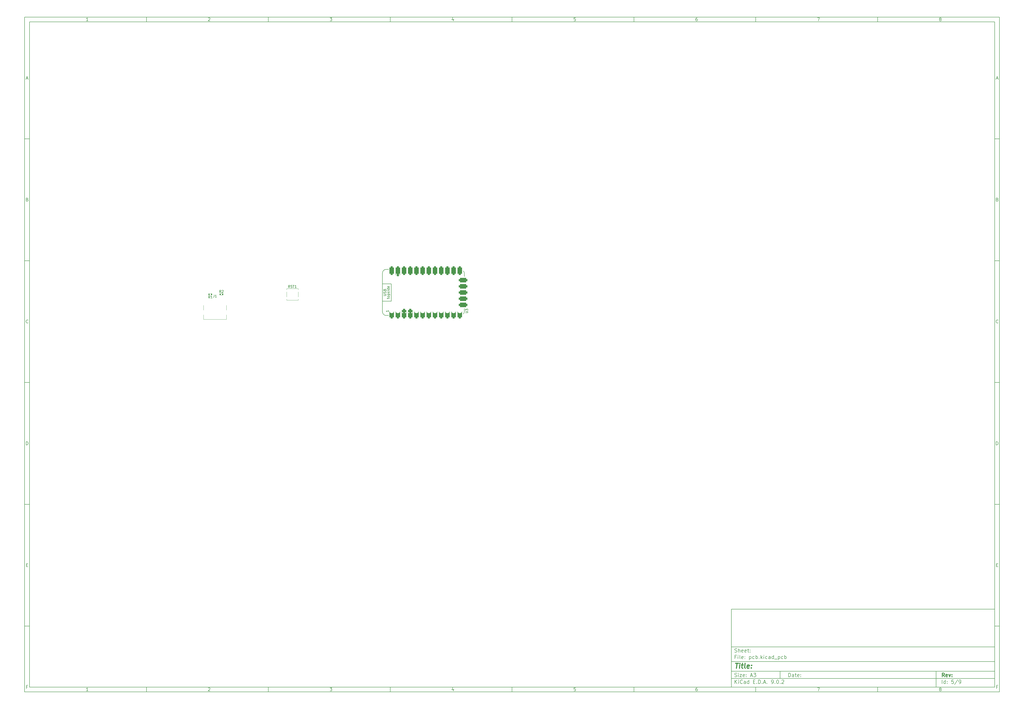
<source format=gbr>
%TF.GenerationSoftware,KiCad,Pcbnew,9.0.2*%
%TF.CreationDate,2025-06-22T01:03:44-04:00*%
%TF.ProjectId,pcb,7063622e-6b69-4636-9164-5f7063625858,rev?*%
%TF.SameCoordinates,Original*%
%TF.FileFunction,Legend,Top*%
%TF.FilePolarity,Positive*%
%FSLAX46Y46*%
G04 Gerber Fmt 4.6, Leading zero omitted, Abs format (unit mm)*
G04 Created by KiCad (PCBNEW 9.0.2) date 2025-06-22 01:03:44*
%MOMM*%
%LPD*%
G01*
G04 APERTURE LIST*
G04 Aperture macros list*
%AMRoundRect*
0 Rectangle with rounded corners*
0 $1 Rounding radius*
0 $2 $3 $4 $5 $6 $7 $8 $9 X,Y pos of 4 corners*
0 Add a 4 corners polygon primitive as box body*
4,1,4,$2,$3,$4,$5,$6,$7,$8,$9,$2,$3,0*
0 Add four circle primitives for the rounded corners*
1,1,$1+$1,$2,$3*
1,1,$1+$1,$4,$5*
1,1,$1+$1,$6,$7*
1,1,$1+$1,$8,$9*
0 Add four rect primitives between the rounded corners*
20,1,$1+$1,$2,$3,$4,$5,0*
20,1,$1+$1,$4,$5,$6,$7,0*
20,1,$1+$1,$6,$7,$8,$9,0*
20,1,$1+$1,$8,$9,$2,$3,0*%
G04 Aperture macros list end*
%ADD10C,0.100000*%
%ADD11C,0.150000*%
%ADD12C,0.300000*%
%ADD13C,0.400000*%
%ADD14C,0.120000*%
%ADD15RoundRect,0.450000X0.450000X-1.300000X0.450000X1.300000X-0.450000X1.300000X-0.450000X-1.300000X0*%
%ADD16C,1.800000*%
%ADD17RoundRect,0.450000X0.450000X-0.450000X0.450000X0.450000X-0.450000X0.450000X-0.450000X-0.450000X0*%
%ADD18RoundRect,0.450000X1.300000X0.450000X-1.300000X0.450000X-1.300000X-0.450000X1.300000X-0.450000X0*%
%ADD19R,1.600000X1.400000*%
%ADD20RoundRect,0.135000X-0.135000X-0.185000X0.135000X-0.185000X0.135000X0.185000X-0.135000X0.185000X0*%
%ADD21RoundRect,0.135000X0.135000X0.185000X-0.135000X0.185000X-0.135000X-0.185000X0.135000X-0.185000X0*%
%ADD22C,0.650000*%
%ADD23R,0.600000X1.450000*%
%ADD24R,0.300000X1.450000*%
%ADD25O,1.000000X2.100000*%
%ADD26O,1.000000X1.600000*%
%ADD27C,1.750000*%
%ADD28C,3.987800*%
G04 APERTURE END LIST*
D10*
D11*
X299989000Y-253002200D02*
X407989000Y-253002200D01*
X407989000Y-285002200D01*
X299989000Y-285002200D01*
X299989000Y-253002200D01*
D10*
D11*
X10000000Y-10000000D02*
X409989000Y-10000000D01*
X409989000Y-287002200D01*
X10000000Y-287002200D01*
X10000000Y-10000000D01*
D10*
D11*
X12000000Y-12000000D02*
X407989000Y-12000000D01*
X407989000Y-285002200D01*
X12000000Y-285002200D01*
X12000000Y-12000000D01*
D10*
D11*
X60000000Y-12000000D02*
X60000000Y-10000000D01*
D10*
D11*
X110000000Y-12000000D02*
X110000000Y-10000000D01*
D10*
D11*
X160000000Y-12000000D02*
X160000000Y-10000000D01*
D10*
D11*
X210000000Y-12000000D02*
X210000000Y-10000000D01*
D10*
D11*
X260000000Y-12000000D02*
X260000000Y-10000000D01*
D10*
D11*
X310000000Y-12000000D02*
X310000000Y-10000000D01*
D10*
D11*
X360000000Y-12000000D02*
X360000000Y-10000000D01*
D10*
D11*
X36089160Y-11593604D02*
X35346303Y-11593604D01*
X35717731Y-11593604D02*
X35717731Y-10293604D01*
X35717731Y-10293604D02*
X35593922Y-10479319D01*
X35593922Y-10479319D02*
X35470112Y-10603128D01*
X35470112Y-10603128D02*
X35346303Y-10665033D01*
D10*
D11*
X85346303Y-10417414D02*
X85408207Y-10355509D01*
X85408207Y-10355509D02*
X85532017Y-10293604D01*
X85532017Y-10293604D02*
X85841541Y-10293604D01*
X85841541Y-10293604D02*
X85965350Y-10355509D01*
X85965350Y-10355509D02*
X86027255Y-10417414D01*
X86027255Y-10417414D02*
X86089160Y-10541223D01*
X86089160Y-10541223D02*
X86089160Y-10665033D01*
X86089160Y-10665033D02*
X86027255Y-10850747D01*
X86027255Y-10850747D02*
X85284398Y-11593604D01*
X85284398Y-11593604D02*
X86089160Y-11593604D01*
D10*
D11*
X135284398Y-10293604D02*
X136089160Y-10293604D01*
X136089160Y-10293604D02*
X135655826Y-10788842D01*
X135655826Y-10788842D02*
X135841541Y-10788842D01*
X135841541Y-10788842D02*
X135965350Y-10850747D01*
X135965350Y-10850747D02*
X136027255Y-10912652D01*
X136027255Y-10912652D02*
X136089160Y-11036461D01*
X136089160Y-11036461D02*
X136089160Y-11345985D01*
X136089160Y-11345985D02*
X136027255Y-11469795D01*
X136027255Y-11469795D02*
X135965350Y-11531700D01*
X135965350Y-11531700D02*
X135841541Y-11593604D01*
X135841541Y-11593604D02*
X135470112Y-11593604D01*
X135470112Y-11593604D02*
X135346303Y-11531700D01*
X135346303Y-11531700D02*
X135284398Y-11469795D01*
D10*
D11*
X185965350Y-10726938D02*
X185965350Y-11593604D01*
X185655826Y-10231700D02*
X185346303Y-11160271D01*
X185346303Y-11160271D02*
X186151064Y-11160271D01*
D10*
D11*
X236027255Y-10293604D02*
X235408207Y-10293604D01*
X235408207Y-10293604D02*
X235346303Y-10912652D01*
X235346303Y-10912652D02*
X235408207Y-10850747D01*
X235408207Y-10850747D02*
X235532017Y-10788842D01*
X235532017Y-10788842D02*
X235841541Y-10788842D01*
X235841541Y-10788842D02*
X235965350Y-10850747D01*
X235965350Y-10850747D02*
X236027255Y-10912652D01*
X236027255Y-10912652D02*
X236089160Y-11036461D01*
X236089160Y-11036461D02*
X236089160Y-11345985D01*
X236089160Y-11345985D02*
X236027255Y-11469795D01*
X236027255Y-11469795D02*
X235965350Y-11531700D01*
X235965350Y-11531700D02*
X235841541Y-11593604D01*
X235841541Y-11593604D02*
X235532017Y-11593604D01*
X235532017Y-11593604D02*
X235408207Y-11531700D01*
X235408207Y-11531700D02*
X235346303Y-11469795D01*
D10*
D11*
X285965350Y-10293604D02*
X285717731Y-10293604D01*
X285717731Y-10293604D02*
X285593922Y-10355509D01*
X285593922Y-10355509D02*
X285532017Y-10417414D01*
X285532017Y-10417414D02*
X285408207Y-10603128D01*
X285408207Y-10603128D02*
X285346303Y-10850747D01*
X285346303Y-10850747D02*
X285346303Y-11345985D01*
X285346303Y-11345985D02*
X285408207Y-11469795D01*
X285408207Y-11469795D02*
X285470112Y-11531700D01*
X285470112Y-11531700D02*
X285593922Y-11593604D01*
X285593922Y-11593604D02*
X285841541Y-11593604D01*
X285841541Y-11593604D02*
X285965350Y-11531700D01*
X285965350Y-11531700D02*
X286027255Y-11469795D01*
X286027255Y-11469795D02*
X286089160Y-11345985D01*
X286089160Y-11345985D02*
X286089160Y-11036461D01*
X286089160Y-11036461D02*
X286027255Y-10912652D01*
X286027255Y-10912652D02*
X285965350Y-10850747D01*
X285965350Y-10850747D02*
X285841541Y-10788842D01*
X285841541Y-10788842D02*
X285593922Y-10788842D01*
X285593922Y-10788842D02*
X285470112Y-10850747D01*
X285470112Y-10850747D02*
X285408207Y-10912652D01*
X285408207Y-10912652D02*
X285346303Y-11036461D01*
D10*
D11*
X335284398Y-10293604D02*
X336151064Y-10293604D01*
X336151064Y-10293604D02*
X335593922Y-11593604D01*
D10*
D11*
X385593922Y-10850747D02*
X385470112Y-10788842D01*
X385470112Y-10788842D02*
X385408207Y-10726938D01*
X385408207Y-10726938D02*
X385346303Y-10603128D01*
X385346303Y-10603128D02*
X385346303Y-10541223D01*
X385346303Y-10541223D02*
X385408207Y-10417414D01*
X385408207Y-10417414D02*
X385470112Y-10355509D01*
X385470112Y-10355509D02*
X385593922Y-10293604D01*
X385593922Y-10293604D02*
X385841541Y-10293604D01*
X385841541Y-10293604D02*
X385965350Y-10355509D01*
X385965350Y-10355509D02*
X386027255Y-10417414D01*
X386027255Y-10417414D02*
X386089160Y-10541223D01*
X386089160Y-10541223D02*
X386089160Y-10603128D01*
X386089160Y-10603128D02*
X386027255Y-10726938D01*
X386027255Y-10726938D02*
X385965350Y-10788842D01*
X385965350Y-10788842D02*
X385841541Y-10850747D01*
X385841541Y-10850747D02*
X385593922Y-10850747D01*
X385593922Y-10850747D02*
X385470112Y-10912652D01*
X385470112Y-10912652D02*
X385408207Y-10974557D01*
X385408207Y-10974557D02*
X385346303Y-11098366D01*
X385346303Y-11098366D02*
X385346303Y-11345985D01*
X385346303Y-11345985D02*
X385408207Y-11469795D01*
X385408207Y-11469795D02*
X385470112Y-11531700D01*
X385470112Y-11531700D02*
X385593922Y-11593604D01*
X385593922Y-11593604D02*
X385841541Y-11593604D01*
X385841541Y-11593604D02*
X385965350Y-11531700D01*
X385965350Y-11531700D02*
X386027255Y-11469795D01*
X386027255Y-11469795D02*
X386089160Y-11345985D01*
X386089160Y-11345985D02*
X386089160Y-11098366D01*
X386089160Y-11098366D02*
X386027255Y-10974557D01*
X386027255Y-10974557D02*
X385965350Y-10912652D01*
X385965350Y-10912652D02*
X385841541Y-10850747D01*
D10*
D11*
X60000000Y-285002200D02*
X60000000Y-287002200D01*
D10*
D11*
X110000000Y-285002200D02*
X110000000Y-287002200D01*
D10*
D11*
X160000000Y-285002200D02*
X160000000Y-287002200D01*
D10*
D11*
X210000000Y-285002200D02*
X210000000Y-287002200D01*
D10*
D11*
X260000000Y-285002200D02*
X260000000Y-287002200D01*
D10*
D11*
X310000000Y-285002200D02*
X310000000Y-287002200D01*
D10*
D11*
X360000000Y-285002200D02*
X360000000Y-287002200D01*
D10*
D11*
X36089160Y-286595804D02*
X35346303Y-286595804D01*
X35717731Y-286595804D02*
X35717731Y-285295804D01*
X35717731Y-285295804D02*
X35593922Y-285481519D01*
X35593922Y-285481519D02*
X35470112Y-285605328D01*
X35470112Y-285605328D02*
X35346303Y-285667233D01*
D10*
D11*
X85346303Y-285419614D02*
X85408207Y-285357709D01*
X85408207Y-285357709D02*
X85532017Y-285295804D01*
X85532017Y-285295804D02*
X85841541Y-285295804D01*
X85841541Y-285295804D02*
X85965350Y-285357709D01*
X85965350Y-285357709D02*
X86027255Y-285419614D01*
X86027255Y-285419614D02*
X86089160Y-285543423D01*
X86089160Y-285543423D02*
X86089160Y-285667233D01*
X86089160Y-285667233D02*
X86027255Y-285852947D01*
X86027255Y-285852947D02*
X85284398Y-286595804D01*
X85284398Y-286595804D02*
X86089160Y-286595804D01*
D10*
D11*
X135284398Y-285295804D02*
X136089160Y-285295804D01*
X136089160Y-285295804D02*
X135655826Y-285791042D01*
X135655826Y-285791042D02*
X135841541Y-285791042D01*
X135841541Y-285791042D02*
X135965350Y-285852947D01*
X135965350Y-285852947D02*
X136027255Y-285914852D01*
X136027255Y-285914852D02*
X136089160Y-286038661D01*
X136089160Y-286038661D02*
X136089160Y-286348185D01*
X136089160Y-286348185D02*
X136027255Y-286471995D01*
X136027255Y-286471995D02*
X135965350Y-286533900D01*
X135965350Y-286533900D02*
X135841541Y-286595804D01*
X135841541Y-286595804D02*
X135470112Y-286595804D01*
X135470112Y-286595804D02*
X135346303Y-286533900D01*
X135346303Y-286533900D02*
X135284398Y-286471995D01*
D10*
D11*
X185965350Y-285729138D02*
X185965350Y-286595804D01*
X185655826Y-285233900D02*
X185346303Y-286162471D01*
X185346303Y-286162471D02*
X186151064Y-286162471D01*
D10*
D11*
X236027255Y-285295804D02*
X235408207Y-285295804D01*
X235408207Y-285295804D02*
X235346303Y-285914852D01*
X235346303Y-285914852D02*
X235408207Y-285852947D01*
X235408207Y-285852947D02*
X235532017Y-285791042D01*
X235532017Y-285791042D02*
X235841541Y-285791042D01*
X235841541Y-285791042D02*
X235965350Y-285852947D01*
X235965350Y-285852947D02*
X236027255Y-285914852D01*
X236027255Y-285914852D02*
X236089160Y-286038661D01*
X236089160Y-286038661D02*
X236089160Y-286348185D01*
X236089160Y-286348185D02*
X236027255Y-286471995D01*
X236027255Y-286471995D02*
X235965350Y-286533900D01*
X235965350Y-286533900D02*
X235841541Y-286595804D01*
X235841541Y-286595804D02*
X235532017Y-286595804D01*
X235532017Y-286595804D02*
X235408207Y-286533900D01*
X235408207Y-286533900D02*
X235346303Y-286471995D01*
D10*
D11*
X285965350Y-285295804D02*
X285717731Y-285295804D01*
X285717731Y-285295804D02*
X285593922Y-285357709D01*
X285593922Y-285357709D02*
X285532017Y-285419614D01*
X285532017Y-285419614D02*
X285408207Y-285605328D01*
X285408207Y-285605328D02*
X285346303Y-285852947D01*
X285346303Y-285852947D02*
X285346303Y-286348185D01*
X285346303Y-286348185D02*
X285408207Y-286471995D01*
X285408207Y-286471995D02*
X285470112Y-286533900D01*
X285470112Y-286533900D02*
X285593922Y-286595804D01*
X285593922Y-286595804D02*
X285841541Y-286595804D01*
X285841541Y-286595804D02*
X285965350Y-286533900D01*
X285965350Y-286533900D02*
X286027255Y-286471995D01*
X286027255Y-286471995D02*
X286089160Y-286348185D01*
X286089160Y-286348185D02*
X286089160Y-286038661D01*
X286089160Y-286038661D02*
X286027255Y-285914852D01*
X286027255Y-285914852D02*
X285965350Y-285852947D01*
X285965350Y-285852947D02*
X285841541Y-285791042D01*
X285841541Y-285791042D02*
X285593922Y-285791042D01*
X285593922Y-285791042D02*
X285470112Y-285852947D01*
X285470112Y-285852947D02*
X285408207Y-285914852D01*
X285408207Y-285914852D02*
X285346303Y-286038661D01*
D10*
D11*
X335284398Y-285295804D02*
X336151064Y-285295804D01*
X336151064Y-285295804D02*
X335593922Y-286595804D01*
D10*
D11*
X385593922Y-285852947D02*
X385470112Y-285791042D01*
X385470112Y-285791042D02*
X385408207Y-285729138D01*
X385408207Y-285729138D02*
X385346303Y-285605328D01*
X385346303Y-285605328D02*
X385346303Y-285543423D01*
X385346303Y-285543423D02*
X385408207Y-285419614D01*
X385408207Y-285419614D02*
X385470112Y-285357709D01*
X385470112Y-285357709D02*
X385593922Y-285295804D01*
X385593922Y-285295804D02*
X385841541Y-285295804D01*
X385841541Y-285295804D02*
X385965350Y-285357709D01*
X385965350Y-285357709D02*
X386027255Y-285419614D01*
X386027255Y-285419614D02*
X386089160Y-285543423D01*
X386089160Y-285543423D02*
X386089160Y-285605328D01*
X386089160Y-285605328D02*
X386027255Y-285729138D01*
X386027255Y-285729138D02*
X385965350Y-285791042D01*
X385965350Y-285791042D02*
X385841541Y-285852947D01*
X385841541Y-285852947D02*
X385593922Y-285852947D01*
X385593922Y-285852947D02*
X385470112Y-285914852D01*
X385470112Y-285914852D02*
X385408207Y-285976757D01*
X385408207Y-285976757D02*
X385346303Y-286100566D01*
X385346303Y-286100566D02*
X385346303Y-286348185D01*
X385346303Y-286348185D02*
X385408207Y-286471995D01*
X385408207Y-286471995D02*
X385470112Y-286533900D01*
X385470112Y-286533900D02*
X385593922Y-286595804D01*
X385593922Y-286595804D02*
X385841541Y-286595804D01*
X385841541Y-286595804D02*
X385965350Y-286533900D01*
X385965350Y-286533900D02*
X386027255Y-286471995D01*
X386027255Y-286471995D02*
X386089160Y-286348185D01*
X386089160Y-286348185D02*
X386089160Y-286100566D01*
X386089160Y-286100566D02*
X386027255Y-285976757D01*
X386027255Y-285976757D02*
X385965350Y-285914852D01*
X385965350Y-285914852D02*
X385841541Y-285852947D01*
D10*
D11*
X10000000Y-60000000D02*
X12000000Y-60000000D01*
D10*
D11*
X10000000Y-110000000D02*
X12000000Y-110000000D01*
D10*
D11*
X10000000Y-160000000D02*
X12000000Y-160000000D01*
D10*
D11*
X10000000Y-210000000D02*
X12000000Y-210000000D01*
D10*
D11*
X10000000Y-260000000D02*
X12000000Y-260000000D01*
D10*
D11*
X10690476Y-35222176D02*
X11309523Y-35222176D01*
X10566666Y-35593604D02*
X10999999Y-34293604D01*
X10999999Y-34293604D02*
X11433333Y-35593604D01*
D10*
D11*
X11092857Y-84912652D02*
X11278571Y-84974557D01*
X11278571Y-84974557D02*
X11340476Y-85036461D01*
X11340476Y-85036461D02*
X11402380Y-85160271D01*
X11402380Y-85160271D02*
X11402380Y-85345985D01*
X11402380Y-85345985D02*
X11340476Y-85469795D01*
X11340476Y-85469795D02*
X11278571Y-85531700D01*
X11278571Y-85531700D02*
X11154761Y-85593604D01*
X11154761Y-85593604D02*
X10659523Y-85593604D01*
X10659523Y-85593604D02*
X10659523Y-84293604D01*
X10659523Y-84293604D02*
X11092857Y-84293604D01*
X11092857Y-84293604D02*
X11216666Y-84355509D01*
X11216666Y-84355509D02*
X11278571Y-84417414D01*
X11278571Y-84417414D02*
X11340476Y-84541223D01*
X11340476Y-84541223D02*
X11340476Y-84665033D01*
X11340476Y-84665033D02*
X11278571Y-84788842D01*
X11278571Y-84788842D02*
X11216666Y-84850747D01*
X11216666Y-84850747D02*
X11092857Y-84912652D01*
X11092857Y-84912652D02*
X10659523Y-84912652D01*
D10*
D11*
X11402380Y-135469795D02*
X11340476Y-135531700D01*
X11340476Y-135531700D02*
X11154761Y-135593604D01*
X11154761Y-135593604D02*
X11030952Y-135593604D01*
X11030952Y-135593604D02*
X10845238Y-135531700D01*
X10845238Y-135531700D02*
X10721428Y-135407890D01*
X10721428Y-135407890D02*
X10659523Y-135284080D01*
X10659523Y-135284080D02*
X10597619Y-135036461D01*
X10597619Y-135036461D02*
X10597619Y-134850747D01*
X10597619Y-134850747D02*
X10659523Y-134603128D01*
X10659523Y-134603128D02*
X10721428Y-134479319D01*
X10721428Y-134479319D02*
X10845238Y-134355509D01*
X10845238Y-134355509D02*
X11030952Y-134293604D01*
X11030952Y-134293604D02*
X11154761Y-134293604D01*
X11154761Y-134293604D02*
X11340476Y-134355509D01*
X11340476Y-134355509D02*
X11402380Y-134417414D01*
D10*
D11*
X10659523Y-185593604D02*
X10659523Y-184293604D01*
X10659523Y-184293604D02*
X10969047Y-184293604D01*
X10969047Y-184293604D02*
X11154761Y-184355509D01*
X11154761Y-184355509D02*
X11278571Y-184479319D01*
X11278571Y-184479319D02*
X11340476Y-184603128D01*
X11340476Y-184603128D02*
X11402380Y-184850747D01*
X11402380Y-184850747D02*
X11402380Y-185036461D01*
X11402380Y-185036461D02*
X11340476Y-185284080D01*
X11340476Y-185284080D02*
X11278571Y-185407890D01*
X11278571Y-185407890D02*
X11154761Y-185531700D01*
X11154761Y-185531700D02*
X10969047Y-185593604D01*
X10969047Y-185593604D02*
X10659523Y-185593604D01*
D10*
D11*
X10721428Y-234912652D02*
X11154762Y-234912652D01*
X11340476Y-235593604D02*
X10721428Y-235593604D01*
X10721428Y-235593604D02*
X10721428Y-234293604D01*
X10721428Y-234293604D02*
X11340476Y-234293604D01*
D10*
D11*
X11185714Y-284912652D02*
X10752380Y-284912652D01*
X10752380Y-285593604D02*
X10752380Y-284293604D01*
X10752380Y-284293604D02*
X11371428Y-284293604D01*
D10*
D11*
X409989000Y-60000000D02*
X407989000Y-60000000D01*
D10*
D11*
X409989000Y-110000000D02*
X407989000Y-110000000D01*
D10*
D11*
X409989000Y-160000000D02*
X407989000Y-160000000D01*
D10*
D11*
X409989000Y-210000000D02*
X407989000Y-210000000D01*
D10*
D11*
X409989000Y-260000000D02*
X407989000Y-260000000D01*
D10*
D11*
X408679476Y-35222176D02*
X409298523Y-35222176D01*
X408555666Y-35593604D02*
X408988999Y-34293604D01*
X408988999Y-34293604D02*
X409422333Y-35593604D01*
D10*
D11*
X409081857Y-84912652D02*
X409267571Y-84974557D01*
X409267571Y-84974557D02*
X409329476Y-85036461D01*
X409329476Y-85036461D02*
X409391380Y-85160271D01*
X409391380Y-85160271D02*
X409391380Y-85345985D01*
X409391380Y-85345985D02*
X409329476Y-85469795D01*
X409329476Y-85469795D02*
X409267571Y-85531700D01*
X409267571Y-85531700D02*
X409143761Y-85593604D01*
X409143761Y-85593604D02*
X408648523Y-85593604D01*
X408648523Y-85593604D02*
X408648523Y-84293604D01*
X408648523Y-84293604D02*
X409081857Y-84293604D01*
X409081857Y-84293604D02*
X409205666Y-84355509D01*
X409205666Y-84355509D02*
X409267571Y-84417414D01*
X409267571Y-84417414D02*
X409329476Y-84541223D01*
X409329476Y-84541223D02*
X409329476Y-84665033D01*
X409329476Y-84665033D02*
X409267571Y-84788842D01*
X409267571Y-84788842D02*
X409205666Y-84850747D01*
X409205666Y-84850747D02*
X409081857Y-84912652D01*
X409081857Y-84912652D02*
X408648523Y-84912652D01*
D10*
D11*
X409391380Y-135469795D02*
X409329476Y-135531700D01*
X409329476Y-135531700D02*
X409143761Y-135593604D01*
X409143761Y-135593604D02*
X409019952Y-135593604D01*
X409019952Y-135593604D02*
X408834238Y-135531700D01*
X408834238Y-135531700D02*
X408710428Y-135407890D01*
X408710428Y-135407890D02*
X408648523Y-135284080D01*
X408648523Y-135284080D02*
X408586619Y-135036461D01*
X408586619Y-135036461D02*
X408586619Y-134850747D01*
X408586619Y-134850747D02*
X408648523Y-134603128D01*
X408648523Y-134603128D02*
X408710428Y-134479319D01*
X408710428Y-134479319D02*
X408834238Y-134355509D01*
X408834238Y-134355509D02*
X409019952Y-134293604D01*
X409019952Y-134293604D02*
X409143761Y-134293604D01*
X409143761Y-134293604D02*
X409329476Y-134355509D01*
X409329476Y-134355509D02*
X409391380Y-134417414D01*
D10*
D11*
X408648523Y-185593604D02*
X408648523Y-184293604D01*
X408648523Y-184293604D02*
X408958047Y-184293604D01*
X408958047Y-184293604D02*
X409143761Y-184355509D01*
X409143761Y-184355509D02*
X409267571Y-184479319D01*
X409267571Y-184479319D02*
X409329476Y-184603128D01*
X409329476Y-184603128D02*
X409391380Y-184850747D01*
X409391380Y-184850747D02*
X409391380Y-185036461D01*
X409391380Y-185036461D02*
X409329476Y-185284080D01*
X409329476Y-185284080D02*
X409267571Y-185407890D01*
X409267571Y-185407890D02*
X409143761Y-185531700D01*
X409143761Y-185531700D02*
X408958047Y-185593604D01*
X408958047Y-185593604D02*
X408648523Y-185593604D01*
D10*
D11*
X408710428Y-234912652D02*
X409143762Y-234912652D01*
X409329476Y-235593604D02*
X408710428Y-235593604D01*
X408710428Y-235593604D02*
X408710428Y-234293604D01*
X408710428Y-234293604D02*
X409329476Y-234293604D01*
D10*
D11*
X409174714Y-284912652D02*
X408741380Y-284912652D01*
X408741380Y-285593604D02*
X408741380Y-284293604D01*
X408741380Y-284293604D02*
X409360428Y-284293604D01*
D10*
D11*
X323444826Y-280788328D02*
X323444826Y-279288328D01*
X323444826Y-279288328D02*
X323801969Y-279288328D01*
X323801969Y-279288328D02*
X324016255Y-279359757D01*
X324016255Y-279359757D02*
X324159112Y-279502614D01*
X324159112Y-279502614D02*
X324230541Y-279645471D01*
X324230541Y-279645471D02*
X324301969Y-279931185D01*
X324301969Y-279931185D02*
X324301969Y-280145471D01*
X324301969Y-280145471D02*
X324230541Y-280431185D01*
X324230541Y-280431185D02*
X324159112Y-280574042D01*
X324159112Y-280574042D02*
X324016255Y-280716900D01*
X324016255Y-280716900D02*
X323801969Y-280788328D01*
X323801969Y-280788328D02*
X323444826Y-280788328D01*
X325587684Y-280788328D02*
X325587684Y-280002614D01*
X325587684Y-280002614D02*
X325516255Y-279859757D01*
X325516255Y-279859757D02*
X325373398Y-279788328D01*
X325373398Y-279788328D02*
X325087684Y-279788328D01*
X325087684Y-279788328D02*
X324944826Y-279859757D01*
X325587684Y-280716900D02*
X325444826Y-280788328D01*
X325444826Y-280788328D02*
X325087684Y-280788328D01*
X325087684Y-280788328D02*
X324944826Y-280716900D01*
X324944826Y-280716900D02*
X324873398Y-280574042D01*
X324873398Y-280574042D02*
X324873398Y-280431185D01*
X324873398Y-280431185D02*
X324944826Y-280288328D01*
X324944826Y-280288328D02*
X325087684Y-280216900D01*
X325087684Y-280216900D02*
X325444826Y-280216900D01*
X325444826Y-280216900D02*
X325587684Y-280145471D01*
X326087684Y-279788328D02*
X326659112Y-279788328D01*
X326301969Y-279288328D02*
X326301969Y-280574042D01*
X326301969Y-280574042D02*
X326373398Y-280716900D01*
X326373398Y-280716900D02*
X326516255Y-280788328D01*
X326516255Y-280788328D02*
X326659112Y-280788328D01*
X327730541Y-280716900D02*
X327587684Y-280788328D01*
X327587684Y-280788328D02*
X327301970Y-280788328D01*
X327301970Y-280788328D02*
X327159112Y-280716900D01*
X327159112Y-280716900D02*
X327087684Y-280574042D01*
X327087684Y-280574042D02*
X327087684Y-280002614D01*
X327087684Y-280002614D02*
X327159112Y-279859757D01*
X327159112Y-279859757D02*
X327301970Y-279788328D01*
X327301970Y-279788328D02*
X327587684Y-279788328D01*
X327587684Y-279788328D02*
X327730541Y-279859757D01*
X327730541Y-279859757D02*
X327801970Y-280002614D01*
X327801970Y-280002614D02*
X327801970Y-280145471D01*
X327801970Y-280145471D02*
X327087684Y-280288328D01*
X328444826Y-280645471D02*
X328516255Y-280716900D01*
X328516255Y-280716900D02*
X328444826Y-280788328D01*
X328444826Y-280788328D02*
X328373398Y-280716900D01*
X328373398Y-280716900D02*
X328444826Y-280645471D01*
X328444826Y-280645471D02*
X328444826Y-280788328D01*
X328444826Y-279859757D02*
X328516255Y-279931185D01*
X328516255Y-279931185D02*
X328444826Y-280002614D01*
X328444826Y-280002614D02*
X328373398Y-279931185D01*
X328373398Y-279931185D02*
X328444826Y-279859757D01*
X328444826Y-279859757D02*
X328444826Y-280002614D01*
D10*
D11*
X299989000Y-281502200D02*
X407989000Y-281502200D01*
D10*
D11*
X301444826Y-283588328D02*
X301444826Y-282088328D01*
X302301969Y-283588328D02*
X301659112Y-282731185D01*
X302301969Y-282088328D02*
X301444826Y-282945471D01*
X302944826Y-283588328D02*
X302944826Y-282588328D01*
X302944826Y-282088328D02*
X302873398Y-282159757D01*
X302873398Y-282159757D02*
X302944826Y-282231185D01*
X302944826Y-282231185D02*
X303016255Y-282159757D01*
X303016255Y-282159757D02*
X302944826Y-282088328D01*
X302944826Y-282088328D02*
X302944826Y-282231185D01*
X304516255Y-283445471D02*
X304444827Y-283516900D01*
X304444827Y-283516900D02*
X304230541Y-283588328D01*
X304230541Y-283588328D02*
X304087684Y-283588328D01*
X304087684Y-283588328D02*
X303873398Y-283516900D01*
X303873398Y-283516900D02*
X303730541Y-283374042D01*
X303730541Y-283374042D02*
X303659112Y-283231185D01*
X303659112Y-283231185D02*
X303587684Y-282945471D01*
X303587684Y-282945471D02*
X303587684Y-282731185D01*
X303587684Y-282731185D02*
X303659112Y-282445471D01*
X303659112Y-282445471D02*
X303730541Y-282302614D01*
X303730541Y-282302614D02*
X303873398Y-282159757D01*
X303873398Y-282159757D02*
X304087684Y-282088328D01*
X304087684Y-282088328D02*
X304230541Y-282088328D01*
X304230541Y-282088328D02*
X304444827Y-282159757D01*
X304444827Y-282159757D02*
X304516255Y-282231185D01*
X305801970Y-283588328D02*
X305801970Y-282802614D01*
X305801970Y-282802614D02*
X305730541Y-282659757D01*
X305730541Y-282659757D02*
X305587684Y-282588328D01*
X305587684Y-282588328D02*
X305301970Y-282588328D01*
X305301970Y-282588328D02*
X305159112Y-282659757D01*
X305801970Y-283516900D02*
X305659112Y-283588328D01*
X305659112Y-283588328D02*
X305301970Y-283588328D01*
X305301970Y-283588328D02*
X305159112Y-283516900D01*
X305159112Y-283516900D02*
X305087684Y-283374042D01*
X305087684Y-283374042D02*
X305087684Y-283231185D01*
X305087684Y-283231185D02*
X305159112Y-283088328D01*
X305159112Y-283088328D02*
X305301970Y-283016900D01*
X305301970Y-283016900D02*
X305659112Y-283016900D01*
X305659112Y-283016900D02*
X305801970Y-282945471D01*
X307159113Y-283588328D02*
X307159113Y-282088328D01*
X307159113Y-283516900D02*
X307016255Y-283588328D01*
X307016255Y-283588328D02*
X306730541Y-283588328D01*
X306730541Y-283588328D02*
X306587684Y-283516900D01*
X306587684Y-283516900D02*
X306516255Y-283445471D01*
X306516255Y-283445471D02*
X306444827Y-283302614D01*
X306444827Y-283302614D02*
X306444827Y-282874042D01*
X306444827Y-282874042D02*
X306516255Y-282731185D01*
X306516255Y-282731185D02*
X306587684Y-282659757D01*
X306587684Y-282659757D02*
X306730541Y-282588328D01*
X306730541Y-282588328D02*
X307016255Y-282588328D01*
X307016255Y-282588328D02*
X307159113Y-282659757D01*
X309016255Y-282802614D02*
X309516255Y-282802614D01*
X309730541Y-283588328D02*
X309016255Y-283588328D01*
X309016255Y-283588328D02*
X309016255Y-282088328D01*
X309016255Y-282088328D02*
X309730541Y-282088328D01*
X310373398Y-283445471D02*
X310444827Y-283516900D01*
X310444827Y-283516900D02*
X310373398Y-283588328D01*
X310373398Y-283588328D02*
X310301970Y-283516900D01*
X310301970Y-283516900D02*
X310373398Y-283445471D01*
X310373398Y-283445471D02*
X310373398Y-283588328D01*
X311087684Y-283588328D02*
X311087684Y-282088328D01*
X311087684Y-282088328D02*
X311444827Y-282088328D01*
X311444827Y-282088328D02*
X311659113Y-282159757D01*
X311659113Y-282159757D02*
X311801970Y-282302614D01*
X311801970Y-282302614D02*
X311873399Y-282445471D01*
X311873399Y-282445471D02*
X311944827Y-282731185D01*
X311944827Y-282731185D02*
X311944827Y-282945471D01*
X311944827Y-282945471D02*
X311873399Y-283231185D01*
X311873399Y-283231185D02*
X311801970Y-283374042D01*
X311801970Y-283374042D02*
X311659113Y-283516900D01*
X311659113Y-283516900D02*
X311444827Y-283588328D01*
X311444827Y-283588328D02*
X311087684Y-283588328D01*
X312587684Y-283445471D02*
X312659113Y-283516900D01*
X312659113Y-283516900D02*
X312587684Y-283588328D01*
X312587684Y-283588328D02*
X312516256Y-283516900D01*
X312516256Y-283516900D02*
X312587684Y-283445471D01*
X312587684Y-283445471D02*
X312587684Y-283588328D01*
X313230542Y-283159757D02*
X313944828Y-283159757D01*
X313087685Y-283588328D02*
X313587685Y-282088328D01*
X313587685Y-282088328D02*
X314087685Y-283588328D01*
X314587684Y-283445471D02*
X314659113Y-283516900D01*
X314659113Y-283516900D02*
X314587684Y-283588328D01*
X314587684Y-283588328D02*
X314516256Y-283516900D01*
X314516256Y-283516900D02*
X314587684Y-283445471D01*
X314587684Y-283445471D02*
X314587684Y-283588328D01*
X316516256Y-283588328D02*
X316801970Y-283588328D01*
X316801970Y-283588328D02*
X316944827Y-283516900D01*
X316944827Y-283516900D02*
X317016256Y-283445471D01*
X317016256Y-283445471D02*
X317159113Y-283231185D01*
X317159113Y-283231185D02*
X317230542Y-282945471D01*
X317230542Y-282945471D02*
X317230542Y-282374042D01*
X317230542Y-282374042D02*
X317159113Y-282231185D01*
X317159113Y-282231185D02*
X317087685Y-282159757D01*
X317087685Y-282159757D02*
X316944827Y-282088328D01*
X316944827Y-282088328D02*
X316659113Y-282088328D01*
X316659113Y-282088328D02*
X316516256Y-282159757D01*
X316516256Y-282159757D02*
X316444827Y-282231185D01*
X316444827Y-282231185D02*
X316373399Y-282374042D01*
X316373399Y-282374042D02*
X316373399Y-282731185D01*
X316373399Y-282731185D02*
X316444827Y-282874042D01*
X316444827Y-282874042D02*
X316516256Y-282945471D01*
X316516256Y-282945471D02*
X316659113Y-283016900D01*
X316659113Y-283016900D02*
X316944827Y-283016900D01*
X316944827Y-283016900D02*
X317087685Y-282945471D01*
X317087685Y-282945471D02*
X317159113Y-282874042D01*
X317159113Y-282874042D02*
X317230542Y-282731185D01*
X317873398Y-283445471D02*
X317944827Y-283516900D01*
X317944827Y-283516900D02*
X317873398Y-283588328D01*
X317873398Y-283588328D02*
X317801970Y-283516900D01*
X317801970Y-283516900D02*
X317873398Y-283445471D01*
X317873398Y-283445471D02*
X317873398Y-283588328D01*
X318873399Y-282088328D02*
X319016256Y-282088328D01*
X319016256Y-282088328D02*
X319159113Y-282159757D01*
X319159113Y-282159757D02*
X319230542Y-282231185D01*
X319230542Y-282231185D02*
X319301970Y-282374042D01*
X319301970Y-282374042D02*
X319373399Y-282659757D01*
X319373399Y-282659757D02*
X319373399Y-283016900D01*
X319373399Y-283016900D02*
X319301970Y-283302614D01*
X319301970Y-283302614D02*
X319230542Y-283445471D01*
X319230542Y-283445471D02*
X319159113Y-283516900D01*
X319159113Y-283516900D02*
X319016256Y-283588328D01*
X319016256Y-283588328D02*
X318873399Y-283588328D01*
X318873399Y-283588328D02*
X318730542Y-283516900D01*
X318730542Y-283516900D02*
X318659113Y-283445471D01*
X318659113Y-283445471D02*
X318587684Y-283302614D01*
X318587684Y-283302614D02*
X318516256Y-283016900D01*
X318516256Y-283016900D02*
X318516256Y-282659757D01*
X318516256Y-282659757D02*
X318587684Y-282374042D01*
X318587684Y-282374042D02*
X318659113Y-282231185D01*
X318659113Y-282231185D02*
X318730542Y-282159757D01*
X318730542Y-282159757D02*
X318873399Y-282088328D01*
X320016255Y-283445471D02*
X320087684Y-283516900D01*
X320087684Y-283516900D02*
X320016255Y-283588328D01*
X320016255Y-283588328D02*
X319944827Y-283516900D01*
X319944827Y-283516900D02*
X320016255Y-283445471D01*
X320016255Y-283445471D02*
X320016255Y-283588328D01*
X320659113Y-282231185D02*
X320730541Y-282159757D01*
X320730541Y-282159757D02*
X320873399Y-282088328D01*
X320873399Y-282088328D02*
X321230541Y-282088328D01*
X321230541Y-282088328D02*
X321373399Y-282159757D01*
X321373399Y-282159757D02*
X321444827Y-282231185D01*
X321444827Y-282231185D02*
X321516256Y-282374042D01*
X321516256Y-282374042D02*
X321516256Y-282516900D01*
X321516256Y-282516900D02*
X321444827Y-282731185D01*
X321444827Y-282731185D02*
X320587684Y-283588328D01*
X320587684Y-283588328D02*
X321516256Y-283588328D01*
D10*
D11*
X299989000Y-278502200D02*
X407989000Y-278502200D01*
D10*
D12*
X387400653Y-280780528D02*
X386900653Y-280066242D01*
X386543510Y-280780528D02*
X386543510Y-279280528D01*
X386543510Y-279280528D02*
X387114939Y-279280528D01*
X387114939Y-279280528D02*
X387257796Y-279351957D01*
X387257796Y-279351957D02*
X387329225Y-279423385D01*
X387329225Y-279423385D02*
X387400653Y-279566242D01*
X387400653Y-279566242D02*
X387400653Y-279780528D01*
X387400653Y-279780528D02*
X387329225Y-279923385D01*
X387329225Y-279923385D02*
X387257796Y-279994814D01*
X387257796Y-279994814D02*
X387114939Y-280066242D01*
X387114939Y-280066242D02*
X386543510Y-280066242D01*
X388614939Y-280709100D02*
X388472082Y-280780528D01*
X388472082Y-280780528D02*
X388186368Y-280780528D01*
X388186368Y-280780528D02*
X388043510Y-280709100D01*
X388043510Y-280709100D02*
X387972082Y-280566242D01*
X387972082Y-280566242D02*
X387972082Y-279994814D01*
X387972082Y-279994814D02*
X388043510Y-279851957D01*
X388043510Y-279851957D02*
X388186368Y-279780528D01*
X388186368Y-279780528D02*
X388472082Y-279780528D01*
X388472082Y-279780528D02*
X388614939Y-279851957D01*
X388614939Y-279851957D02*
X388686368Y-279994814D01*
X388686368Y-279994814D02*
X388686368Y-280137671D01*
X388686368Y-280137671D02*
X387972082Y-280280528D01*
X389186367Y-279780528D02*
X389543510Y-280780528D01*
X389543510Y-280780528D02*
X389900653Y-279780528D01*
X390472081Y-280637671D02*
X390543510Y-280709100D01*
X390543510Y-280709100D02*
X390472081Y-280780528D01*
X390472081Y-280780528D02*
X390400653Y-280709100D01*
X390400653Y-280709100D02*
X390472081Y-280637671D01*
X390472081Y-280637671D02*
X390472081Y-280780528D01*
X390472081Y-279851957D02*
X390543510Y-279923385D01*
X390543510Y-279923385D02*
X390472081Y-279994814D01*
X390472081Y-279994814D02*
X390400653Y-279923385D01*
X390400653Y-279923385D02*
X390472081Y-279851957D01*
X390472081Y-279851957D02*
X390472081Y-279994814D01*
D10*
D11*
X301373398Y-280716900D02*
X301587684Y-280788328D01*
X301587684Y-280788328D02*
X301944826Y-280788328D01*
X301944826Y-280788328D02*
X302087684Y-280716900D01*
X302087684Y-280716900D02*
X302159112Y-280645471D01*
X302159112Y-280645471D02*
X302230541Y-280502614D01*
X302230541Y-280502614D02*
X302230541Y-280359757D01*
X302230541Y-280359757D02*
X302159112Y-280216900D01*
X302159112Y-280216900D02*
X302087684Y-280145471D01*
X302087684Y-280145471D02*
X301944826Y-280074042D01*
X301944826Y-280074042D02*
X301659112Y-280002614D01*
X301659112Y-280002614D02*
X301516255Y-279931185D01*
X301516255Y-279931185D02*
X301444826Y-279859757D01*
X301444826Y-279859757D02*
X301373398Y-279716900D01*
X301373398Y-279716900D02*
X301373398Y-279574042D01*
X301373398Y-279574042D02*
X301444826Y-279431185D01*
X301444826Y-279431185D02*
X301516255Y-279359757D01*
X301516255Y-279359757D02*
X301659112Y-279288328D01*
X301659112Y-279288328D02*
X302016255Y-279288328D01*
X302016255Y-279288328D02*
X302230541Y-279359757D01*
X302873397Y-280788328D02*
X302873397Y-279788328D01*
X302873397Y-279288328D02*
X302801969Y-279359757D01*
X302801969Y-279359757D02*
X302873397Y-279431185D01*
X302873397Y-279431185D02*
X302944826Y-279359757D01*
X302944826Y-279359757D02*
X302873397Y-279288328D01*
X302873397Y-279288328D02*
X302873397Y-279431185D01*
X303444826Y-279788328D02*
X304230541Y-279788328D01*
X304230541Y-279788328D02*
X303444826Y-280788328D01*
X303444826Y-280788328D02*
X304230541Y-280788328D01*
X305373398Y-280716900D02*
X305230541Y-280788328D01*
X305230541Y-280788328D02*
X304944827Y-280788328D01*
X304944827Y-280788328D02*
X304801969Y-280716900D01*
X304801969Y-280716900D02*
X304730541Y-280574042D01*
X304730541Y-280574042D02*
X304730541Y-280002614D01*
X304730541Y-280002614D02*
X304801969Y-279859757D01*
X304801969Y-279859757D02*
X304944827Y-279788328D01*
X304944827Y-279788328D02*
X305230541Y-279788328D01*
X305230541Y-279788328D02*
X305373398Y-279859757D01*
X305373398Y-279859757D02*
X305444827Y-280002614D01*
X305444827Y-280002614D02*
X305444827Y-280145471D01*
X305444827Y-280145471D02*
X304730541Y-280288328D01*
X306087683Y-280645471D02*
X306159112Y-280716900D01*
X306159112Y-280716900D02*
X306087683Y-280788328D01*
X306087683Y-280788328D02*
X306016255Y-280716900D01*
X306016255Y-280716900D02*
X306087683Y-280645471D01*
X306087683Y-280645471D02*
X306087683Y-280788328D01*
X306087683Y-279859757D02*
X306159112Y-279931185D01*
X306159112Y-279931185D02*
X306087683Y-280002614D01*
X306087683Y-280002614D02*
X306016255Y-279931185D01*
X306016255Y-279931185D02*
X306087683Y-279859757D01*
X306087683Y-279859757D02*
X306087683Y-280002614D01*
X307873398Y-280359757D02*
X308587684Y-280359757D01*
X307730541Y-280788328D02*
X308230541Y-279288328D01*
X308230541Y-279288328D02*
X308730541Y-280788328D01*
X309087683Y-279288328D02*
X310016255Y-279288328D01*
X310016255Y-279288328D02*
X309516255Y-279859757D01*
X309516255Y-279859757D02*
X309730540Y-279859757D01*
X309730540Y-279859757D02*
X309873398Y-279931185D01*
X309873398Y-279931185D02*
X309944826Y-280002614D01*
X309944826Y-280002614D02*
X310016255Y-280145471D01*
X310016255Y-280145471D02*
X310016255Y-280502614D01*
X310016255Y-280502614D02*
X309944826Y-280645471D01*
X309944826Y-280645471D02*
X309873398Y-280716900D01*
X309873398Y-280716900D02*
X309730540Y-280788328D01*
X309730540Y-280788328D02*
X309301969Y-280788328D01*
X309301969Y-280788328D02*
X309159112Y-280716900D01*
X309159112Y-280716900D02*
X309087683Y-280645471D01*
D10*
D11*
X386444826Y-283588328D02*
X386444826Y-282088328D01*
X387801970Y-283588328D02*
X387801970Y-282088328D01*
X387801970Y-283516900D02*
X387659112Y-283588328D01*
X387659112Y-283588328D02*
X387373398Y-283588328D01*
X387373398Y-283588328D02*
X387230541Y-283516900D01*
X387230541Y-283516900D02*
X387159112Y-283445471D01*
X387159112Y-283445471D02*
X387087684Y-283302614D01*
X387087684Y-283302614D02*
X387087684Y-282874042D01*
X387087684Y-282874042D02*
X387159112Y-282731185D01*
X387159112Y-282731185D02*
X387230541Y-282659757D01*
X387230541Y-282659757D02*
X387373398Y-282588328D01*
X387373398Y-282588328D02*
X387659112Y-282588328D01*
X387659112Y-282588328D02*
X387801970Y-282659757D01*
X388516255Y-283445471D02*
X388587684Y-283516900D01*
X388587684Y-283516900D02*
X388516255Y-283588328D01*
X388516255Y-283588328D02*
X388444827Y-283516900D01*
X388444827Y-283516900D02*
X388516255Y-283445471D01*
X388516255Y-283445471D02*
X388516255Y-283588328D01*
X388516255Y-282659757D02*
X388587684Y-282731185D01*
X388587684Y-282731185D02*
X388516255Y-282802614D01*
X388516255Y-282802614D02*
X388444827Y-282731185D01*
X388444827Y-282731185D02*
X388516255Y-282659757D01*
X388516255Y-282659757D02*
X388516255Y-282802614D01*
X391087684Y-282088328D02*
X390373398Y-282088328D01*
X390373398Y-282088328D02*
X390301970Y-282802614D01*
X390301970Y-282802614D02*
X390373398Y-282731185D01*
X390373398Y-282731185D02*
X390516256Y-282659757D01*
X390516256Y-282659757D02*
X390873398Y-282659757D01*
X390873398Y-282659757D02*
X391016256Y-282731185D01*
X391016256Y-282731185D02*
X391087684Y-282802614D01*
X391087684Y-282802614D02*
X391159113Y-282945471D01*
X391159113Y-282945471D02*
X391159113Y-283302614D01*
X391159113Y-283302614D02*
X391087684Y-283445471D01*
X391087684Y-283445471D02*
X391016256Y-283516900D01*
X391016256Y-283516900D02*
X390873398Y-283588328D01*
X390873398Y-283588328D02*
X390516256Y-283588328D01*
X390516256Y-283588328D02*
X390373398Y-283516900D01*
X390373398Y-283516900D02*
X390301970Y-283445471D01*
X392873398Y-282016900D02*
X391587684Y-283945471D01*
X393444827Y-283588328D02*
X393730541Y-283588328D01*
X393730541Y-283588328D02*
X393873398Y-283516900D01*
X393873398Y-283516900D02*
X393944827Y-283445471D01*
X393944827Y-283445471D02*
X394087684Y-283231185D01*
X394087684Y-283231185D02*
X394159113Y-282945471D01*
X394159113Y-282945471D02*
X394159113Y-282374042D01*
X394159113Y-282374042D02*
X394087684Y-282231185D01*
X394087684Y-282231185D02*
X394016256Y-282159757D01*
X394016256Y-282159757D02*
X393873398Y-282088328D01*
X393873398Y-282088328D02*
X393587684Y-282088328D01*
X393587684Y-282088328D02*
X393444827Y-282159757D01*
X393444827Y-282159757D02*
X393373398Y-282231185D01*
X393373398Y-282231185D02*
X393301970Y-282374042D01*
X393301970Y-282374042D02*
X393301970Y-282731185D01*
X393301970Y-282731185D02*
X393373398Y-282874042D01*
X393373398Y-282874042D02*
X393444827Y-282945471D01*
X393444827Y-282945471D02*
X393587684Y-283016900D01*
X393587684Y-283016900D02*
X393873398Y-283016900D01*
X393873398Y-283016900D02*
X394016256Y-282945471D01*
X394016256Y-282945471D02*
X394087684Y-282874042D01*
X394087684Y-282874042D02*
X394159113Y-282731185D01*
D10*
D11*
X299989000Y-274502200D02*
X407989000Y-274502200D01*
D10*
D13*
X301680728Y-275206638D02*
X302823585Y-275206638D01*
X302002157Y-277206638D02*
X302252157Y-275206638D01*
X303240252Y-277206638D02*
X303406919Y-275873304D01*
X303490252Y-275206638D02*
X303383109Y-275301876D01*
X303383109Y-275301876D02*
X303466443Y-275397114D01*
X303466443Y-275397114D02*
X303573586Y-275301876D01*
X303573586Y-275301876D02*
X303490252Y-275206638D01*
X303490252Y-275206638D02*
X303466443Y-275397114D01*
X304073586Y-275873304D02*
X304835490Y-275873304D01*
X304442633Y-275206638D02*
X304228348Y-276920923D01*
X304228348Y-276920923D02*
X304299776Y-277111400D01*
X304299776Y-277111400D02*
X304478348Y-277206638D01*
X304478348Y-277206638D02*
X304668824Y-277206638D01*
X305621205Y-277206638D02*
X305442633Y-277111400D01*
X305442633Y-277111400D02*
X305371205Y-276920923D01*
X305371205Y-276920923D02*
X305585490Y-275206638D01*
X307156919Y-277111400D02*
X306954538Y-277206638D01*
X306954538Y-277206638D02*
X306573585Y-277206638D01*
X306573585Y-277206638D02*
X306395014Y-277111400D01*
X306395014Y-277111400D02*
X306323585Y-276920923D01*
X306323585Y-276920923D02*
X306418824Y-276159019D01*
X306418824Y-276159019D02*
X306537871Y-275968542D01*
X306537871Y-275968542D02*
X306740252Y-275873304D01*
X306740252Y-275873304D02*
X307121204Y-275873304D01*
X307121204Y-275873304D02*
X307299776Y-275968542D01*
X307299776Y-275968542D02*
X307371204Y-276159019D01*
X307371204Y-276159019D02*
X307347395Y-276349495D01*
X307347395Y-276349495D02*
X306371204Y-276539971D01*
X308121205Y-277016161D02*
X308204538Y-277111400D01*
X308204538Y-277111400D02*
X308097395Y-277206638D01*
X308097395Y-277206638D02*
X308014062Y-277111400D01*
X308014062Y-277111400D02*
X308121205Y-277016161D01*
X308121205Y-277016161D02*
X308097395Y-277206638D01*
X308252157Y-275968542D02*
X308335490Y-276063780D01*
X308335490Y-276063780D02*
X308228348Y-276159019D01*
X308228348Y-276159019D02*
X308145014Y-276063780D01*
X308145014Y-276063780D02*
X308252157Y-275968542D01*
X308252157Y-275968542D02*
X308228348Y-276159019D01*
D10*
D11*
X301944826Y-272602614D02*
X301444826Y-272602614D01*
X301444826Y-273388328D02*
X301444826Y-271888328D01*
X301444826Y-271888328D02*
X302159112Y-271888328D01*
X302730540Y-273388328D02*
X302730540Y-272388328D01*
X302730540Y-271888328D02*
X302659112Y-271959757D01*
X302659112Y-271959757D02*
X302730540Y-272031185D01*
X302730540Y-272031185D02*
X302801969Y-271959757D01*
X302801969Y-271959757D02*
X302730540Y-271888328D01*
X302730540Y-271888328D02*
X302730540Y-272031185D01*
X303659112Y-273388328D02*
X303516255Y-273316900D01*
X303516255Y-273316900D02*
X303444826Y-273174042D01*
X303444826Y-273174042D02*
X303444826Y-271888328D01*
X304801969Y-273316900D02*
X304659112Y-273388328D01*
X304659112Y-273388328D02*
X304373398Y-273388328D01*
X304373398Y-273388328D02*
X304230540Y-273316900D01*
X304230540Y-273316900D02*
X304159112Y-273174042D01*
X304159112Y-273174042D02*
X304159112Y-272602614D01*
X304159112Y-272602614D02*
X304230540Y-272459757D01*
X304230540Y-272459757D02*
X304373398Y-272388328D01*
X304373398Y-272388328D02*
X304659112Y-272388328D01*
X304659112Y-272388328D02*
X304801969Y-272459757D01*
X304801969Y-272459757D02*
X304873398Y-272602614D01*
X304873398Y-272602614D02*
X304873398Y-272745471D01*
X304873398Y-272745471D02*
X304159112Y-272888328D01*
X305516254Y-273245471D02*
X305587683Y-273316900D01*
X305587683Y-273316900D02*
X305516254Y-273388328D01*
X305516254Y-273388328D02*
X305444826Y-273316900D01*
X305444826Y-273316900D02*
X305516254Y-273245471D01*
X305516254Y-273245471D02*
X305516254Y-273388328D01*
X305516254Y-272459757D02*
X305587683Y-272531185D01*
X305587683Y-272531185D02*
X305516254Y-272602614D01*
X305516254Y-272602614D02*
X305444826Y-272531185D01*
X305444826Y-272531185D02*
X305516254Y-272459757D01*
X305516254Y-272459757D02*
X305516254Y-272602614D01*
X307373397Y-272388328D02*
X307373397Y-273888328D01*
X307373397Y-272459757D02*
X307516255Y-272388328D01*
X307516255Y-272388328D02*
X307801969Y-272388328D01*
X307801969Y-272388328D02*
X307944826Y-272459757D01*
X307944826Y-272459757D02*
X308016255Y-272531185D01*
X308016255Y-272531185D02*
X308087683Y-272674042D01*
X308087683Y-272674042D02*
X308087683Y-273102614D01*
X308087683Y-273102614D02*
X308016255Y-273245471D01*
X308016255Y-273245471D02*
X307944826Y-273316900D01*
X307944826Y-273316900D02*
X307801969Y-273388328D01*
X307801969Y-273388328D02*
X307516255Y-273388328D01*
X307516255Y-273388328D02*
X307373397Y-273316900D01*
X309373398Y-273316900D02*
X309230540Y-273388328D01*
X309230540Y-273388328D02*
X308944826Y-273388328D01*
X308944826Y-273388328D02*
X308801969Y-273316900D01*
X308801969Y-273316900D02*
X308730540Y-273245471D01*
X308730540Y-273245471D02*
X308659112Y-273102614D01*
X308659112Y-273102614D02*
X308659112Y-272674042D01*
X308659112Y-272674042D02*
X308730540Y-272531185D01*
X308730540Y-272531185D02*
X308801969Y-272459757D01*
X308801969Y-272459757D02*
X308944826Y-272388328D01*
X308944826Y-272388328D02*
X309230540Y-272388328D01*
X309230540Y-272388328D02*
X309373398Y-272459757D01*
X310016254Y-273388328D02*
X310016254Y-271888328D01*
X310016254Y-272459757D02*
X310159112Y-272388328D01*
X310159112Y-272388328D02*
X310444826Y-272388328D01*
X310444826Y-272388328D02*
X310587683Y-272459757D01*
X310587683Y-272459757D02*
X310659112Y-272531185D01*
X310659112Y-272531185D02*
X310730540Y-272674042D01*
X310730540Y-272674042D02*
X310730540Y-273102614D01*
X310730540Y-273102614D02*
X310659112Y-273245471D01*
X310659112Y-273245471D02*
X310587683Y-273316900D01*
X310587683Y-273316900D02*
X310444826Y-273388328D01*
X310444826Y-273388328D02*
X310159112Y-273388328D01*
X310159112Y-273388328D02*
X310016254Y-273316900D01*
X311373397Y-273245471D02*
X311444826Y-273316900D01*
X311444826Y-273316900D02*
X311373397Y-273388328D01*
X311373397Y-273388328D02*
X311301969Y-273316900D01*
X311301969Y-273316900D02*
X311373397Y-273245471D01*
X311373397Y-273245471D02*
X311373397Y-273388328D01*
X312087683Y-273388328D02*
X312087683Y-271888328D01*
X312230541Y-272816900D02*
X312659112Y-273388328D01*
X312659112Y-272388328D02*
X312087683Y-272959757D01*
X313301969Y-273388328D02*
X313301969Y-272388328D01*
X313301969Y-271888328D02*
X313230541Y-271959757D01*
X313230541Y-271959757D02*
X313301969Y-272031185D01*
X313301969Y-272031185D02*
X313373398Y-271959757D01*
X313373398Y-271959757D02*
X313301969Y-271888328D01*
X313301969Y-271888328D02*
X313301969Y-272031185D01*
X314659113Y-273316900D02*
X314516255Y-273388328D01*
X314516255Y-273388328D02*
X314230541Y-273388328D01*
X314230541Y-273388328D02*
X314087684Y-273316900D01*
X314087684Y-273316900D02*
X314016255Y-273245471D01*
X314016255Y-273245471D02*
X313944827Y-273102614D01*
X313944827Y-273102614D02*
X313944827Y-272674042D01*
X313944827Y-272674042D02*
X314016255Y-272531185D01*
X314016255Y-272531185D02*
X314087684Y-272459757D01*
X314087684Y-272459757D02*
X314230541Y-272388328D01*
X314230541Y-272388328D02*
X314516255Y-272388328D01*
X314516255Y-272388328D02*
X314659113Y-272459757D01*
X315944827Y-273388328D02*
X315944827Y-272602614D01*
X315944827Y-272602614D02*
X315873398Y-272459757D01*
X315873398Y-272459757D02*
X315730541Y-272388328D01*
X315730541Y-272388328D02*
X315444827Y-272388328D01*
X315444827Y-272388328D02*
X315301969Y-272459757D01*
X315944827Y-273316900D02*
X315801969Y-273388328D01*
X315801969Y-273388328D02*
X315444827Y-273388328D01*
X315444827Y-273388328D02*
X315301969Y-273316900D01*
X315301969Y-273316900D02*
X315230541Y-273174042D01*
X315230541Y-273174042D02*
X315230541Y-273031185D01*
X315230541Y-273031185D02*
X315301969Y-272888328D01*
X315301969Y-272888328D02*
X315444827Y-272816900D01*
X315444827Y-272816900D02*
X315801969Y-272816900D01*
X315801969Y-272816900D02*
X315944827Y-272745471D01*
X317301970Y-273388328D02*
X317301970Y-271888328D01*
X317301970Y-273316900D02*
X317159112Y-273388328D01*
X317159112Y-273388328D02*
X316873398Y-273388328D01*
X316873398Y-273388328D02*
X316730541Y-273316900D01*
X316730541Y-273316900D02*
X316659112Y-273245471D01*
X316659112Y-273245471D02*
X316587684Y-273102614D01*
X316587684Y-273102614D02*
X316587684Y-272674042D01*
X316587684Y-272674042D02*
X316659112Y-272531185D01*
X316659112Y-272531185D02*
X316730541Y-272459757D01*
X316730541Y-272459757D02*
X316873398Y-272388328D01*
X316873398Y-272388328D02*
X317159112Y-272388328D01*
X317159112Y-272388328D02*
X317301970Y-272459757D01*
X317659113Y-273531185D02*
X318801970Y-273531185D01*
X319159112Y-272388328D02*
X319159112Y-273888328D01*
X319159112Y-272459757D02*
X319301970Y-272388328D01*
X319301970Y-272388328D02*
X319587684Y-272388328D01*
X319587684Y-272388328D02*
X319730541Y-272459757D01*
X319730541Y-272459757D02*
X319801970Y-272531185D01*
X319801970Y-272531185D02*
X319873398Y-272674042D01*
X319873398Y-272674042D02*
X319873398Y-273102614D01*
X319873398Y-273102614D02*
X319801970Y-273245471D01*
X319801970Y-273245471D02*
X319730541Y-273316900D01*
X319730541Y-273316900D02*
X319587684Y-273388328D01*
X319587684Y-273388328D02*
X319301970Y-273388328D01*
X319301970Y-273388328D02*
X319159112Y-273316900D01*
X321159113Y-273316900D02*
X321016255Y-273388328D01*
X321016255Y-273388328D02*
X320730541Y-273388328D01*
X320730541Y-273388328D02*
X320587684Y-273316900D01*
X320587684Y-273316900D02*
X320516255Y-273245471D01*
X320516255Y-273245471D02*
X320444827Y-273102614D01*
X320444827Y-273102614D02*
X320444827Y-272674042D01*
X320444827Y-272674042D02*
X320516255Y-272531185D01*
X320516255Y-272531185D02*
X320587684Y-272459757D01*
X320587684Y-272459757D02*
X320730541Y-272388328D01*
X320730541Y-272388328D02*
X321016255Y-272388328D01*
X321016255Y-272388328D02*
X321159113Y-272459757D01*
X321801969Y-273388328D02*
X321801969Y-271888328D01*
X321801969Y-272459757D02*
X321944827Y-272388328D01*
X321944827Y-272388328D02*
X322230541Y-272388328D01*
X322230541Y-272388328D02*
X322373398Y-272459757D01*
X322373398Y-272459757D02*
X322444827Y-272531185D01*
X322444827Y-272531185D02*
X322516255Y-272674042D01*
X322516255Y-272674042D02*
X322516255Y-273102614D01*
X322516255Y-273102614D02*
X322444827Y-273245471D01*
X322444827Y-273245471D02*
X322373398Y-273316900D01*
X322373398Y-273316900D02*
X322230541Y-273388328D01*
X322230541Y-273388328D02*
X321944827Y-273388328D01*
X321944827Y-273388328D02*
X321801969Y-273316900D01*
D10*
D11*
X299989000Y-268502200D02*
X407989000Y-268502200D01*
D10*
D11*
X301373398Y-270616900D02*
X301587684Y-270688328D01*
X301587684Y-270688328D02*
X301944826Y-270688328D01*
X301944826Y-270688328D02*
X302087684Y-270616900D01*
X302087684Y-270616900D02*
X302159112Y-270545471D01*
X302159112Y-270545471D02*
X302230541Y-270402614D01*
X302230541Y-270402614D02*
X302230541Y-270259757D01*
X302230541Y-270259757D02*
X302159112Y-270116900D01*
X302159112Y-270116900D02*
X302087684Y-270045471D01*
X302087684Y-270045471D02*
X301944826Y-269974042D01*
X301944826Y-269974042D02*
X301659112Y-269902614D01*
X301659112Y-269902614D02*
X301516255Y-269831185D01*
X301516255Y-269831185D02*
X301444826Y-269759757D01*
X301444826Y-269759757D02*
X301373398Y-269616900D01*
X301373398Y-269616900D02*
X301373398Y-269474042D01*
X301373398Y-269474042D02*
X301444826Y-269331185D01*
X301444826Y-269331185D02*
X301516255Y-269259757D01*
X301516255Y-269259757D02*
X301659112Y-269188328D01*
X301659112Y-269188328D02*
X302016255Y-269188328D01*
X302016255Y-269188328D02*
X302230541Y-269259757D01*
X302873397Y-270688328D02*
X302873397Y-269188328D01*
X303516255Y-270688328D02*
X303516255Y-269902614D01*
X303516255Y-269902614D02*
X303444826Y-269759757D01*
X303444826Y-269759757D02*
X303301969Y-269688328D01*
X303301969Y-269688328D02*
X303087683Y-269688328D01*
X303087683Y-269688328D02*
X302944826Y-269759757D01*
X302944826Y-269759757D02*
X302873397Y-269831185D01*
X304801969Y-270616900D02*
X304659112Y-270688328D01*
X304659112Y-270688328D02*
X304373398Y-270688328D01*
X304373398Y-270688328D02*
X304230540Y-270616900D01*
X304230540Y-270616900D02*
X304159112Y-270474042D01*
X304159112Y-270474042D02*
X304159112Y-269902614D01*
X304159112Y-269902614D02*
X304230540Y-269759757D01*
X304230540Y-269759757D02*
X304373398Y-269688328D01*
X304373398Y-269688328D02*
X304659112Y-269688328D01*
X304659112Y-269688328D02*
X304801969Y-269759757D01*
X304801969Y-269759757D02*
X304873398Y-269902614D01*
X304873398Y-269902614D02*
X304873398Y-270045471D01*
X304873398Y-270045471D02*
X304159112Y-270188328D01*
X306087683Y-270616900D02*
X305944826Y-270688328D01*
X305944826Y-270688328D02*
X305659112Y-270688328D01*
X305659112Y-270688328D02*
X305516254Y-270616900D01*
X305516254Y-270616900D02*
X305444826Y-270474042D01*
X305444826Y-270474042D02*
X305444826Y-269902614D01*
X305444826Y-269902614D02*
X305516254Y-269759757D01*
X305516254Y-269759757D02*
X305659112Y-269688328D01*
X305659112Y-269688328D02*
X305944826Y-269688328D01*
X305944826Y-269688328D02*
X306087683Y-269759757D01*
X306087683Y-269759757D02*
X306159112Y-269902614D01*
X306159112Y-269902614D02*
X306159112Y-270045471D01*
X306159112Y-270045471D02*
X305444826Y-270188328D01*
X306587683Y-269688328D02*
X307159111Y-269688328D01*
X306801968Y-269188328D02*
X306801968Y-270474042D01*
X306801968Y-270474042D02*
X306873397Y-270616900D01*
X306873397Y-270616900D02*
X307016254Y-270688328D01*
X307016254Y-270688328D02*
X307159111Y-270688328D01*
X307659111Y-270545471D02*
X307730540Y-270616900D01*
X307730540Y-270616900D02*
X307659111Y-270688328D01*
X307659111Y-270688328D02*
X307587683Y-270616900D01*
X307587683Y-270616900D02*
X307659111Y-270545471D01*
X307659111Y-270545471D02*
X307659111Y-270688328D01*
X307659111Y-269759757D02*
X307730540Y-269831185D01*
X307730540Y-269831185D02*
X307659111Y-269902614D01*
X307659111Y-269902614D02*
X307587683Y-269831185D01*
X307587683Y-269831185D02*
X307659111Y-269759757D01*
X307659111Y-269759757D02*
X307659111Y-269902614D01*
D10*
D11*
X319989000Y-278502200D02*
X319989000Y-281502200D01*
D10*
D11*
X383989000Y-278502200D02*
X383989000Y-285002200D01*
X190899819Y-131391838D02*
X191709342Y-131391838D01*
X191709342Y-131391838D02*
X191804580Y-131344219D01*
X191804580Y-131344219D02*
X191852200Y-131296600D01*
X191852200Y-131296600D02*
X191899819Y-131201362D01*
X191899819Y-131201362D02*
X191899819Y-131010886D01*
X191899819Y-131010886D02*
X191852200Y-130915648D01*
X191852200Y-130915648D02*
X191804580Y-130868029D01*
X191804580Y-130868029D02*
X191709342Y-130820410D01*
X191709342Y-130820410D02*
X190899819Y-130820410D01*
X190899819Y-130439457D02*
X190899819Y-129820410D01*
X190899819Y-129820410D02*
X191280771Y-130153743D01*
X191280771Y-130153743D02*
X191280771Y-130010886D01*
X191280771Y-130010886D02*
X191328390Y-129915648D01*
X191328390Y-129915648D02*
X191376009Y-129868029D01*
X191376009Y-129868029D02*
X191471247Y-129820410D01*
X191471247Y-129820410D02*
X191709342Y-129820410D01*
X191709342Y-129820410D02*
X191804580Y-129868029D01*
X191804580Y-129868029D02*
X191852200Y-129915648D01*
X191852200Y-129915648D02*
X191899819Y-130010886D01*
X191899819Y-130010886D02*
X191899819Y-130296600D01*
X191899819Y-130296600D02*
X191852200Y-130391838D01*
X191852200Y-130391838D02*
X191804580Y-130439457D01*
X159028153Y-125650297D02*
X159028153Y-125269345D01*
X158694820Y-125507440D02*
X159551962Y-125507440D01*
X159551962Y-125507440D02*
X159647201Y-125459821D01*
X159647201Y-125459821D02*
X159694820Y-125364583D01*
X159694820Y-125364583D02*
X159694820Y-125269345D01*
X159694820Y-124793154D02*
X159647201Y-124888392D01*
X159647201Y-124888392D02*
X159599581Y-124936011D01*
X159599581Y-124936011D02*
X159504343Y-124983630D01*
X159504343Y-124983630D02*
X159218629Y-124983630D01*
X159218629Y-124983630D02*
X159123391Y-124936011D01*
X159123391Y-124936011D02*
X159075772Y-124888392D01*
X159075772Y-124888392D02*
X159028153Y-124793154D01*
X159028153Y-124793154D02*
X159028153Y-124650297D01*
X159028153Y-124650297D02*
X159075772Y-124555059D01*
X159075772Y-124555059D02*
X159123391Y-124507440D01*
X159123391Y-124507440D02*
X159218629Y-124459821D01*
X159218629Y-124459821D02*
X159504343Y-124459821D01*
X159504343Y-124459821D02*
X159599581Y-124507440D01*
X159599581Y-124507440D02*
X159647201Y-124555059D01*
X159647201Y-124555059D02*
X159694820Y-124650297D01*
X159694820Y-124650297D02*
X159694820Y-124793154D01*
X159028153Y-124031249D02*
X160028153Y-124031249D01*
X159075772Y-124031249D02*
X159028153Y-123936011D01*
X159028153Y-123936011D02*
X159028153Y-123745535D01*
X159028153Y-123745535D02*
X159075772Y-123650297D01*
X159075772Y-123650297D02*
X159123391Y-123602678D01*
X159123391Y-123602678D02*
X159218629Y-123555059D01*
X159218629Y-123555059D02*
X159504343Y-123555059D01*
X159504343Y-123555059D02*
X159599581Y-123602678D01*
X159599581Y-123602678D02*
X159647201Y-123650297D01*
X159647201Y-123650297D02*
X159694820Y-123745535D01*
X159694820Y-123745535D02*
X159694820Y-123936011D01*
X159694820Y-123936011D02*
X159647201Y-124031249D01*
X159647201Y-123174106D02*
X159694820Y-123078868D01*
X159694820Y-123078868D02*
X159694820Y-122888392D01*
X159694820Y-122888392D02*
X159647201Y-122793154D01*
X159647201Y-122793154D02*
X159551962Y-122745535D01*
X159551962Y-122745535D02*
X159504343Y-122745535D01*
X159504343Y-122745535D02*
X159409105Y-122793154D01*
X159409105Y-122793154D02*
X159361486Y-122888392D01*
X159361486Y-122888392D02*
X159361486Y-123031249D01*
X159361486Y-123031249D02*
X159313867Y-123126487D01*
X159313867Y-123126487D02*
X159218629Y-123174106D01*
X159218629Y-123174106D02*
X159171010Y-123174106D01*
X159171010Y-123174106D02*
X159075772Y-123126487D01*
X159075772Y-123126487D02*
X159028153Y-123031249D01*
X159028153Y-123031249D02*
X159028153Y-122888392D01*
X159028153Y-122888392D02*
X159075772Y-122793154D01*
X159694820Y-122316963D02*
X159028153Y-122316963D01*
X158694820Y-122316963D02*
X158742439Y-122364582D01*
X158742439Y-122364582D02*
X158790058Y-122316963D01*
X158790058Y-122316963D02*
X158742439Y-122269344D01*
X158742439Y-122269344D02*
X158694820Y-122316963D01*
X158694820Y-122316963D02*
X158790058Y-122316963D01*
X159694820Y-121412202D02*
X158694820Y-121412202D01*
X159647201Y-121412202D02*
X159694820Y-121507440D01*
X159694820Y-121507440D02*
X159694820Y-121697916D01*
X159694820Y-121697916D02*
X159647201Y-121793154D01*
X159647201Y-121793154D02*
X159599581Y-121840773D01*
X159599581Y-121840773D02*
X159504343Y-121888392D01*
X159504343Y-121888392D02*
X159218629Y-121888392D01*
X159218629Y-121888392D02*
X159123391Y-121840773D01*
X159123391Y-121840773D02*
X159075772Y-121793154D01*
X159075772Y-121793154D02*
X159028153Y-121697916D01*
X159028153Y-121697916D02*
X159028153Y-121507440D01*
X159028153Y-121507440D02*
X159075772Y-121412202D01*
X159647201Y-120555059D02*
X159694820Y-120650297D01*
X159694820Y-120650297D02*
X159694820Y-120840773D01*
X159694820Y-120840773D02*
X159647201Y-120936011D01*
X159647201Y-120936011D02*
X159551962Y-120983630D01*
X159551962Y-120983630D02*
X159171010Y-120983630D01*
X159171010Y-120983630D02*
X159075772Y-120936011D01*
X159075772Y-120936011D02*
X159028153Y-120840773D01*
X159028153Y-120840773D02*
X159028153Y-120650297D01*
X159028153Y-120650297D02*
X159075772Y-120555059D01*
X159075772Y-120555059D02*
X159171010Y-120507440D01*
X159171010Y-120507440D02*
X159266248Y-120507440D01*
X159266248Y-120507440D02*
X159361486Y-120983630D01*
X159324819Y-130365535D02*
X159324819Y-130936963D01*
X159324819Y-130651249D02*
X158324819Y-130651249D01*
X158324819Y-130651249D02*
X158467676Y-130746487D01*
X158467676Y-130746487D02*
X158562914Y-130841725D01*
X158562914Y-130841725D02*
X158610533Y-130936963D01*
X157294819Y-124293154D02*
X158104342Y-124293154D01*
X158104342Y-124293154D02*
X158199580Y-124245535D01*
X158199580Y-124245535D02*
X158247200Y-124197916D01*
X158247200Y-124197916D02*
X158294819Y-124102678D01*
X158294819Y-124102678D02*
X158294819Y-123912202D01*
X158294819Y-123912202D02*
X158247200Y-123816964D01*
X158247200Y-123816964D02*
X158199580Y-123769345D01*
X158199580Y-123769345D02*
X158104342Y-123721726D01*
X158104342Y-123721726D02*
X157294819Y-123721726D01*
X158247200Y-123293154D02*
X158294819Y-123150297D01*
X158294819Y-123150297D02*
X158294819Y-122912202D01*
X158294819Y-122912202D02*
X158247200Y-122816964D01*
X158247200Y-122816964D02*
X158199580Y-122769345D01*
X158199580Y-122769345D02*
X158104342Y-122721726D01*
X158104342Y-122721726D02*
X158009104Y-122721726D01*
X158009104Y-122721726D02*
X157913866Y-122769345D01*
X157913866Y-122769345D02*
X157866247Y-122816964D01*
X157866247Y-122816964D02*
X157818628Y-122912202D01*
X157818628Y-122912202D02*
X157771009Y-123102678D01*
X157771009Y-123102678D02*
X157723390Y-123197916D01*
X157723390Y-123197916D02*
X157675771Y-123245535D01*
X157675771Y-123245535D02*
X157580533Y-123293154D01*
X157580533Y-123293154D02*
X157485295Y-123293154D01*
X157485295Y-123293154D02*
X157390057Y-123245535D01*
X157390057Y-123245535D02*
X157342438Y-123197916D01*
X157342438Y-123197916D02*
X157294819Y-123102678D01*
X157294819Y-123102678D02*
X157294819Y-122864583D01*
X157294819Y-122864583D02*
X157342438Y-122721726D01*
X157771009Y-121959821D02*
X157818628Y-121816964D01*
X157818628Y-121816964D02*
X157866247Y-121769345D01*
X157866247Y-121769345D02*
X157961485Y-121721726D01*
X157961485Y-121721726D02*
X158104342Y-121721726D01*
X158104342Y-121721726D02*
X158199580Y-121769345D01*
X158199580Y-121769345D02*
X158247200Y-121816964D01*
X158247200Y-121816964D02*
X158294819Y-121912202D01*
X158294819Y-121912202D02*
X158294819Y-122293154D01*
X158294819Y-122293154D02*
X157294819Y-122293154D01*
X157294819Y-122293154D02*
X157294819Y-121959821D01*
X157294819Y-121959821D02*
X157342438Y-121864583D01*
X157342438Y-121864583D02*
X157390057Y-121816964D01*
X157390057Y-121816964D02*
X157485295Y-121769345D01*
X157485295Y-121769345D02*
X157580533Y-121769345D01*
X157580533Y-121769345D02*
X157675771Y-121816964D01*
X157675771Y-121816964D02*
X157723390Y-121864583D01*
X157723390Y-121864583D02*
X157771009Y-121959821D01*
X157771009Y-121959821D02*
X157771009Y-122293154D01*
X159324819Y-130365535D02*
X159324819Y-130936963D01*
X159324819Y-130651249D02*
X158324819Y-130651249D01*
X158324819Y-130651249D02*
X158467676Y-130746487D01*
X158467676Y-130746487D02*
X158562914Y-130841725D01*
X158562914Y-130841725D02*
X158610533Y-130936963D01*
X159324819Y-130365535D02*
X159324819Y-130936963D01*
X159324819Y-130651249D02*
X158324819Y-130651249D01*
X158324819Y-130651249D02*
X158467676Y-130746487D01*
X158467676Y-130746487D02*
X158562914Y-130841725D01*
X158562914Y-130841725D02*
X158610533Y-130936963D01*
X159324819Y-130365535D02*
X159324819Y-130936963D01*
X159324819Y-130651249D02*
X158324819Y-130651249D01*
X158324819Y-130651249D02*
X158467676Y-130746487D01*
X158467676Y-130746487D02*
X158562914Y-130841725D01*
X158562914Y-130841725D02*
X158610533Y-130936963D01*
X159324819Y-130365535D02*
X159324819Y-130936963D01*
X159324819Y-130651249D02*
X158324819Y-130651249D01*
X158324819Y-130651249D02*
X158467676Y-130746487D01*
X158467676Y-130746487D02*
X158562914Y-130841725D01*
X158562914Y-130841725D02*
X158610533Y-130936963D01*
X118832440Y-121079819D02*
X118499107Y-120603628D01*
X118261012Y-121079819D02*
X118261012Y-120079819D01*
X118261012Y-120079819D02*
X118641964Y-120079819D01*
X118641964Y-120079819D02*
X118737202Y-120127438D01*
X118737202Y-120127438D02*
X118784821Y-120175057D01*
X118784821Y-120175057D02*
X118832440Y-120270295D01*
X118832440Y-120270295D02*
X118832440Y-120413152D01*
X118832440Y-120413152D02*
X118784821Y-120508390D01*
X118784821Y-120508390D02*
X118737202Y-120556009D01*
X118737202Y-120556009D02*
X118641964Y-120603628D01*
X118641964Y-120603628D02*
X118261012Y-120603628D01*
X119213393Y-121032200D02*
X119356250Y-121079819D01*
X119356250Y-121079819D02*
X119594345Y-121079819D01*
X119594345Y-121079819D02*
X119689583Y-121032200D01*
X119689583Y-121032200D02*
X119737202Y-120984580D01*
X119737202Y-120984580D02*
X119784821Y-120889342D01*
X119784821Y-120889342D02*
X119784821Y-120794104D01*
X119784821Y-120794104D02*
X119737202Y-120698866D01*
X119737202Y-120698866D02*
X119689583Y-120651247D01*
X119689583Y-120651247D02*
X119594345Y-120603628D01*
X119594345Y-120603628D02*
X119403869Y-120556009D01*
X119403869Y-120556009D02*
X119308631Y-120508390D01*
X119308631Y-120508390D02*
X119261012Y-120460771D01*
X119261012Y-120460771D02*
X119213393Y-120365533D01*
X119213393Y-120365533D02*
X119213393Y-120270295D01*
X119213393Y-120270295D02*
X119261012Y-120175057D01*
X119261012Y-120175057D02*
X119308631Y-120127438D01*
X119308631Y-120127438D02*
X119403869Y-120079819D01*
X119403869Y-120079819D02*
X119641964Y-120079819D01*
X119641964Y-120079819D02*
X119784821Y-120127438D01*
X120070536Y-120079819D02*
X120641964Y-120079819D01*
X120356250Y-121079819D02*
X120356250Y-120079819D01*
X121499107Y-121079819D02*
X120927679Y-121079819D01*
X121213393Y-121079819D02*
X121213393Y-120079819D01*
X121213393Y-120079819D02*
X121118155Y-120222676D01*
X121118155Y-120222676D02*
X121022917Y-120317914D01*
X121022917Y-120317914D02*
X120927679Y-120365533D01*
X90604583Y-123109819D02*
X90271250Y-122633628D01*
X90033155Y-123109819D02*
X90033155Y-122109819D01*
X90033155Y-122109819D02*
X90414107Y-122109819D01*
X90414107Y-122109819D02*
X90509345Y-122157438D01*
X90509345Y-122157438D02*
X90556964Y-122205057D01*
X90556964Y-122205057D02*
X90604583Y-122300295D01*
X90604583Y-122300295D02*
X90604583Y-122443152D01*
X90604583Y-122443152D02*
X90556964Y-122538390D01*
X90556964Y-122538390D02*
X90509345Y-122586009D01*
X90509345Y-122586009D02*
X90414107Y-122633628D01*
X90414107Y-122633628D02*
X90033155Y-122633628D01*
X90985536Y-122205057D02*
X91033155Y-122157438D01*
X91033155Y-122157438D02*
X91128393Y-122109819D01*
X91128393Y-122109819D02*
X91366488Y-122109819D01*
X91366488Y-122109819D02*
X91461726Y-122157438D01*
X91461726Y-122157438D02*
X91509345Y-122205057D01*
X91509345Y-122205057D02*
X91556964Y-122300295D01*
X91556964Y-122300295D02*
X91556964Y-122395533D01*
X91556964Y-122395533D02*
X91509345Y-122538390D01*
X91509345Y-122538390D02*
X90937917Y-123109819D01*
X90937917Y-123109819D02*
X91556964Y-123109819D01*
X86068332Y-125449819D02*
X85734999Y-124973628D01*
X85496904Y-125449819D02*
X85496904Y-124449819D01*
X85496904Y-124449819D02*
X85877856Y-124449819D01*
X85877856Y-124449819D02*
X85973094Y-124497438D01*
X85973094Y-124497438D02*
X86020713Y-124545057D01*
X86020713Y-124545057D02*
X86068332Y-124640295D01*
X86068332Y-124640295D02*
X86068332Y-124783152D01*
X86068332Y-124783152D02*
X86020713Y-124878390D01*
X86020713Y-124878390D02*
X85973094Y-124926009D01*
X85973094Y-124926009D02*
X85877856Y-124973628D01*
X85877856Y-124973628D02*
X85496904Y-124973628D01*
X87020713Y-125449819D02*
X86449285Y-125449819D01*
X86734999Y-125449819D02*
X86734999Y-124449819D01*
X86734999Y-124449819D02*
X86639761Y-124592676D01*
X86639761Y-124592676D02*
X86544523Y-124687914D01*
X86544523Y-124687914D02*
X86449285Y-124735533D01*
X87772916Y-123984819D02*
X87772916Y-124699104D01*
X87772916Y-124699104D02*
X87725297Y-124841961D01*
X87725297Y-124841961D02*
X87630059Y-124937200D01*
X87630059Y-124937200D02*
X87487202Y-124984819D01*
X87487202Y-124984819D02*
X87391964Y-124984819D01*
X88772916Y-124984819D02*
X88201488Y-124984819D01*
X88487202Y-124984819D02*
X88487202Y-123984819D01*
X88487202Y-123984819D02*
X88391964Y-124127676D01*
X88391964Y-124127676D02*
X88296726Y-124222914D01*
X88296726Y-124222914D02*
X88201488Y-124270533D01*
%TO.C,U3*%
X158345000Y-132501250D02*
X159345000Y-132501250D01*
X190445000Y-129601250D02*
X190445000Y-130801250D01*
X160425000Y-126581250D02*
X156845000Y-126581251D01*
X160425000Y-119481250D02*
X160425000Y-126581250D01*
X160425000Y-119481250D02*
X156845000Y-119481249D01*
X190445000Y-115261250D02*
X190445000Y-116461250D01*
X156844999Y-115061250D02*
X156844999Y-131001250D01*
X158345000Y-113561250D02*
X159345000Y-113561250D01*
X158345000Y-132501250D02*
G75*
G02*
X156845000Y-131001250I1J1500001D01*
G01*
X190445000Y-130801250D02*
G75*
G02*
X190005660Y-131861911I-1500002J1D01*
G01*
X156844999Y-115061250D02*
G75*
G02*
X158345000Y-113561248I1500002J0D01*
G01*
X190005660Y-114200589D02*
G75*
G02*
X190445000Y-115261250I-1060660J-1060661D01*
G01*
D14*
%TO.C,RST1*%
X117486250Y-121455000D02*
X117486250Y-121855000D01*
X117486250Y-121455000D02*
X122226250Y-121455000D01*
X117486250Y-124855000D02*
X117486250Y-122795000D01*
X117486250Y-126195000D02*
X117486250Y-125795000D01*
X117486250Y-126195000D02*
X122226250Y-126195000D01*
X122226250Y-121455000D02*
X122226250Y-121855000D01*
X122226250Y-124855000D02*
X122226250Y-122795000D01*
X122226250Y-126195000D02*
X122226250Y-125795000D01*
%TO.C,R2*%
X90617609Y-123445000D02*
X90924891Y-123445000D01*
X90617609Y-124205000D02*
X90924891Y-124205000D01*
%TO.C,R1*%
X86388640Y-124205000D02*
X86081358Y-124205000D01*
X86388640Y-123445000D02*
X86081358Y-123445000D01*
%TO.C,J1*%
X83406250Y-128275000D02*
X83406250Y-130275000D01*
X83406251Y-132175000D02*
X83406251Y-134075000D01*
X83406251Y-134075000D02*
X92806249Y-134075000D01*
X92806250Y-128275000D02*
X92806250Y-130275000D01*
X92806249Y-132175000D02*
X92806249Y-134075000D01*
%TD*%
%LPC*%
D15*
%TO.C,U3*%
X160655000Y-131951250D03*
D16*
X160655000Y-130651250D03*
D15*
X163195000Y-131951250D03*
D16*
X163195000Y-130651250D03*
D15*
X165735000Y-131951250D03*
D17*
X165735000Y-130651250D03*
D15*
X168274999Y-131951250D03*
D17*
X168275000Y-130651250D03*
D15*
X170815000Y-131951250D03*
D16*
X170815000Y-130651250D03*
D15*
X173355000Y-131951250D03*
D16*
X173355000Y-130651250D03*
D15*
X175895000Y-131951250D03*
D16*
X175895000Y-130651250D03*
D15*
X178435000Y-131951250D03*
D16*
X178435000Y-130651250D03*
D15*
X180975001Y-131951250D03*
D16*
X180975000Y-130651250D03*
D15*
X183515000Y-131951250D03*
D16*
X183515000Y-130651250D03*
D15*
X186055000Y-131951250D03*
D16*
X186055000Y-130651250D03*
D15*
X188595000Y-131951250D03*
D16*
X188595000Y-130651250D03*
X160655000Y-115411250D03*
D15*
X160655000Y-114111250D03*
D17*
X163195000Y-115411250D03*
D15*
X163195000Y-114111250D03*
D16*
X165735000Y-115411250D03*
D15*
X165735000Y-114111250D03*
D16*
X168275000Y-115411250D03*
D15*
X168274999Y-114111250D03*
D16*
X170815000Y-115411250D03*
D15*
X170815000Y-114111250D03*
D16*
X173355000Y-115411250D03*
D15*
X173355000Y-114111250D03*
D16*
X175895000Y-115411250D03*
D15*
X175895000Y-114111250D03*
D16*
X178435000Y-115411250D03*
D15*
X178435000Y-114111250D03*
D16*
X180975000Y-115411250D03*
D15*
X180975001Y-114111250D03*
D16*
X183515000Y-115411250D03*
D15*
X183515000Y-114111250D03*
D16*
X186055000Y-115411250D03*
D15*
X186055000Y-114111250D03*
D16*
X188595000Y-115411250D03*
D15*
X188595000Y-114111250D03*
D16*
X188595000Y-128111250D03*
D18*
X189895000Y-128111250D03*
D16*
X188595000Y-125571250D03*
D18*
X189895000Y-125571250D03*
D16*
X188595000Y-123031250D03*
D18*
X189895001Y-123031250D03*
D16*
X188595000Y-120491250D03*
D18*
X189895000Y-120491250D03*
D16*
X188595000Y-117951250D03*
D18*
X189895000Y-117951250D03*
D16*
X158115000Y-115411250D03*
%TD*%
D19*
%TO.C,RST1*%
X116256250Y-122325000D03*
X123456250Y-122325000D03*
X116256250Y-125325000D03*
X123456250Y-125325000D03*
%TD*%
D20*
%TO.C,R2*%
X90261250Y-123825000D03*
X91281250Y-123825000D03*
%TD*%
D21*
%TO.C,R1*%
X86744998Y-123825000D03*
X85725000Y-123825000D03*
%TD*%
D22*
%TO.C,J1*%
X85216250Y-127575000D03*
X90996250Y-127575000D03*
D23*
X84856250Y-126130000D03*
X85656249Y-126130000D03*
D24*
X86856250Y-126130001D03*
X87856250Y-126130000D03*
X88356250Y-126130000D03*
X89356250Y-126130001D03*
D23*
X90556251Y-126130000D03*
X91356250Y-126130000D03*
X91356250Y-126130000D03*
X90556251Y-126130000D03*
D24*
X89856250Y-126130000D03*
X88856250Y-126130000D03*
X87356250Y-126130000D03*
X86356250Y-126130000D03*
D23*
X85656249Y-126130000D03*
X84856250Y-126130000D03*
D25*
X83786250Y-127045000D03*
D26*
X83786250Y-131225000D03*
D25*
X92426250Y-127045000D03*
D26*
X92426250Y-131225000D03*
%TD*%
D27*
%TO.C,MX1*%
X20315923Y-49188019D03*
D28*
X25395923Y-49188019D03*
D27*
X30475923Y-49188019D03*
%TD*%
%TO.C,MX2*%
X39365923Y-49188019D03*
D28*
X44445923Y-49188019D03*
D27*
X49525923Y-49188019D03*
%TD*%
%TO.C,MX3*%
X58415923Y-49188019D03*
D28*
X63495923Y-49188019D03*
D27*
X68575923Y-49188019D03*
%TD*%
%TO.C,MX4*%
X77465923Y-49188019D03*
D28*
X82545923Y-49188019D03*
D27*
X87625923Y-49188019D03*
%TD*%
%TO.C,MX5*%
X96515923Y-49188019D03*
D28*
X101595923Y-49188019D03*
D27*
X106675923Y-49188019D03*
%TD*%
%TO.C,MX6*%
X115565923Y-49188019D03*
D28*
X120645923Y-49188019D03*
D27*
X125725923Y-49188019D03*
%TD*%
%TO.C,MX7*%
X134615923Y-49188019D03*
D28*
X139695923Y-49188019D03*
D27*
X144775923Y-49188019D03*
%TD*%
%TO.C,MX8*%
X153665923Y-49188019D03*
D28*
X158745923Y-49188019D03*
D27*
X163825923Y-49188019D03*
%TD*%
%TO.C,MX9*%
X172715923Y-49188019D03*
D28*
X177795923Y-49188019D03*
D27*
X182875923Y-49188019D03*
%TD*%
%TO.C,MX10*%
X191765923Y-49188019D03*
D28*
X196845923Y-49188019D03*
D27*
X201925923Y-49188019D03*
%TD*%
%TO.C,MX11*%
X210815923Y-49188019D03*
D28*
X215895923Y-49188019D03*
D27*
X220975923Y-49188019D03*
%TD*%
%TO.C,MX12*%
X229865923Y-49188019D03*
D28*
X234945923Y-49188019D03*
D27*
X240025923Y-49188019D03*
%TD*%
%TO.C,MX13*%
X248915923Y-49188019D03*
D28*
X253995923Y-49188019D03*
D27*
X259075923Y-49188019D03*
%TD*%
%TO.C,MX14*%
X277490923Y-49188019D03*
D28*
X282570923Y-49188019D03*
D27*
X287650923Y-49188019D03*
%TD*%
%TO.C,MX15*%
X25078423Y-68238019D03*
D28*
X30158423Y-68238019D03*
D27*
X35238423Y-68238019D03*
%TD*%
%TO.C,MX16*%
X48890923Y-68238019D03*
D28*
X53970923Y-68238019D03*
D27*
X59050923Y-68238019D03*
%TD*%
%TO.C,MX17*%
X67940923Y-68238019D03*
D28*
X73020923Y-68238019D03*
D27*
X78100923Y-68238019D03*
%TD*%
%TO.C,MX18*%
X86990923Y-68238019D03*
D28*
X92070923Y-68238019D03*
D27*
X97150923Y-68238019D03*
%TD*%
%TO.C,MX19*%
X106040923Y-68238019D03*
D28*
X111120923Y-68238019D03*
D27*
X116200923Y-68238019D03*
%TD*%
%TO.C,MX20*%
X125090923Y-68238019D03*
D28*
X130170923Y-68238019D03*
D27*
X135250923Y-68238019D03*
%TD*%
%TO.C,MX21*%
X144140923Y-68238019D03*
D28*
X149220923Y-68238019D03*
D27*
X154300923Y-68238019D03*
%TD*%
%TO.C,MX22*%
X163190923Y-68238019D03*
D28*
X168270923Y-68238019D03*
D27*
X173350923Y-68238019D03*
%TD*%
%TO.C,MX23*%
X182240923Y-68238019D03*
D28*
X187320923Y-68238019D03*
D27*
X192400923Y-68238019D03*
%TD*%
%TO.C,MX24*%
X201290923Y-68238019D03*
D28*
X206370923Y-68238019D03*
D27*
X211450923Y-68238019D03*
%TD*%
%TO.C,MX25*%
X220340923Y-68238019D03*
D28*
X225420923Y-68238019D03*
D27*
X230500923Y-68238019D03*
%TD*%
%TO.C,MX26*%
X239390923Y-68238019D03*
D28*
X244470923Y-68238019D03*
D27*
X249550923Y-68238019D03*
%TD*%
%TO.C,MX27*%
X258440923Y-68238019D03*
D28*
X263520923Y-68238019D03*
D27*
X268600923Y-68238019D03*
%TD*%
%TO.C,MX28*%
X282253423Y-68238019D03*
D28*
X287333423Y-68238019D03*
D27*
X292413423Y-68238019D03*
%TD*%
%TO.C,MX29*%
X27459673Y-87288019D03*
D28*
X32539673Y-87288019D03*
D27*
X37619673Y-87288019D03*
%TD*%
%TO.C,MX30*%
X53653423Y-87288019D03*
D28*
X58733423Y-87288019D03*
D27*
X63813423Y-87288019D03*
%TD*%
%TO.C,MX31*%
X72703423Y-87288019D03*
D28*
X77783423Y-87288019D03*
D27*
X82863423Y-87288019D03*
%TD*%
%TO.C,MX32*%
X91753423Y-87288019D03*
D28*
X96833423Y-87288019D03*
D27*
X101913423Y-87288019D03*
%TD*%
%TO.C,MX33*%
X110803423Y-87288019D03*
D28*
X115883423Y-87288019D03*
D27*
X120963423Y-87288019D03*
%TD*%
%TO.C,MX34*%
X129853423Y-87288019D03*
D28*
X134933423Y-87288019D03*
D27*
X140013423Y-87288019D03*
%TD*%
%TO.C,MX35*%
X148903423Y-87288019D03*
D28*
X153983423Y-87288019D03*
D27*
X159063423Y-87288019D03*
%TD*%
%TO.C,MX36*%
X167953423Y-87288019D03*
D28*
X173033423Y-87288019D03*
D27*
X178113423Y-87288019D03*
%TD*%
%TO.C,MX37*%
X187003423Y-87288019D03*
D28*
X192083423Y-87288019D03*
D27*
X197163423Y-87288019D03*
%TD*%
%TO.C,MX38*%
X206053423Y-87288019D03*
D28*
X211133423Y-87288019D03*
D27*
X216213423Y-87288019D03*
%TD*%
%TO.C,MX39*%
X225103423Y-87288019D03*
D28*
X230183423Y-87288019D03*
D27*
X235263423Y-87288019D03*
%TD*%
%TO.C,MX40*%
X244153423Y-87288019D03*
D28*
X249233423Y-87288019D03*
D27*
X254313423Y-87288019D03*
%TD*%
%TO.C,MX41*%
X275109673Y-87288019D03*
D28*
X280189673Y-87288019D03*
D27*
X285269673Y-87288019D03*
%TD*%
%TO.C,MX42*%
X32222173Y-106338019D03*
D28*
X37302173Y-106338019D03*
D27*
X42382173Y-106338019D03*
%TD*%
%TO.C,MX43*%
X63178423Y-106338019D03*
D28*
X68258423Y-106338019D03*
D27*
X73338423Y-106338019D03*
%TD*%
%TO.C,MX44*%
X82228423Y-106338019D03*
D28*
X87308423Y-106338019D03*
D27*
X92388423Y-106338019D03*
%TD*%
%TO.C,MX45*%
X101278423Y-106338019D03*
D28*
X106358423Y-106338019D03*
D27*
X111438423Y-106338019D03*
%TD*%
%TO.C,MX46*%
X120328423Y-106338019D03*
D28*
X125408423Y-106338019D03*
D27*
X130488423Y-106338019D03*
%TD*%
%TO.C,MX47*%
X139378423Y-106338019D03*
D28*
X144458423Y-106338019D03*
D27*
X149538423Y-106338019D03*
%TD*%
%TO.C,MX48*%
X158428423Y-106338019D03*
D28*
X163508423Y-106338019D03*
D27*
X168588423Y-106338019D03*
%TD*%
%TO.C,MX49*%
X177478423Y-106338019D03*
D28*
X182558423Y-106338019D03*
D27*
X187638423Y-106338019D03*
%TD*%
%TO.C,MX50*%
X196528423Y-106338019D03*
D28*
X201608423Y-106338019D03*
D27*
X206688423Y-106338019D03*
%TD*%
%TO.C,MX51*%
X215578423Y-106338019D03*
D28*
X220658423Y-106338019D03*
D27*
X225738423Y-106338019D03*
%TD*%
%TO.C,MX52*%
X234628423Y-106338019D03*
D28*
X239708423Y-106338019D03*
D27*
X244788423Y-106338019D03*
%TD*%
%TO.C,MX53*%
X270347173Y-106338019D03*
D28*
X275427173Y-106338019D03*
D27*
X280507173Y-106338019D03*
%TD*%
%TO.C,MX54*%
X22697173Y-125388019D03*
D28*
X27777173Y-125388019D03*
D27*
X32857173Y-125388019D03*
%TD*%
%TO.C,MX55*%
X46509673Y-125388019D03*
D28*
X51589673Y-125388019D03*
D27*
X56669673Y-125388019D03*
%TD*%
%TO.C,MX56*%
X70322173Y-125388019D03*
D28*
X75402173Y-125388019D03*
D27*
X80482173Y-125388019D03*
%TD*%
%TO.C,MX57*%
X141759673Y-125388019D03*
D28*
X146839673Y-125388019D03*
D27*
X151919673Y-125388019D03*
%TD*%
%TO.C,MX58*%
X213197173Y-125388019D03*
D28*
X218277173Y-125388019D03*
D27*
X223357173Y-125388019D03*
%TD*%
%TO.C,MX59*%
X237009673Y-125388019D03*
D28*
X242089673Y-125388019D03*
D27*
X247169673Y-125388019D03*
%TD*%
%TO.C,MX60*%
X260822173Y-125388019D03*
D28*
X265902173Y-125388019D03*
D27*
X270982173Y-125388019D03*
%TD*%
%TO.C,MX61*%
X284634673Y-125388019D03*
D28*
X289714673Y-125388019D03*
D27*
X294794673Y-125388019D03*
%TD*%
D28*
%TO.C,S1*%
X49208424Y-98083019D03*
X25395922Y-98083019D03*
%TD*%
%TO.C,S2*%
X287333424Y-98083019D03*
X263520922Y-98083019D03*
%TD*%
%TO.C,S3*%
X292095924Y-79033019D03*
X268283422Y-79033019D03*
%TD*%
%TO.C,S4*%
X294477174Y-40933019D03*
X270664672Y-40933019D03*
%TD*%
%TO.C,S5*%
X196845923Y-117133019D03*
X96833423Y-117133019D03*
%TD*%
%LPD*%
M02*

</source>
